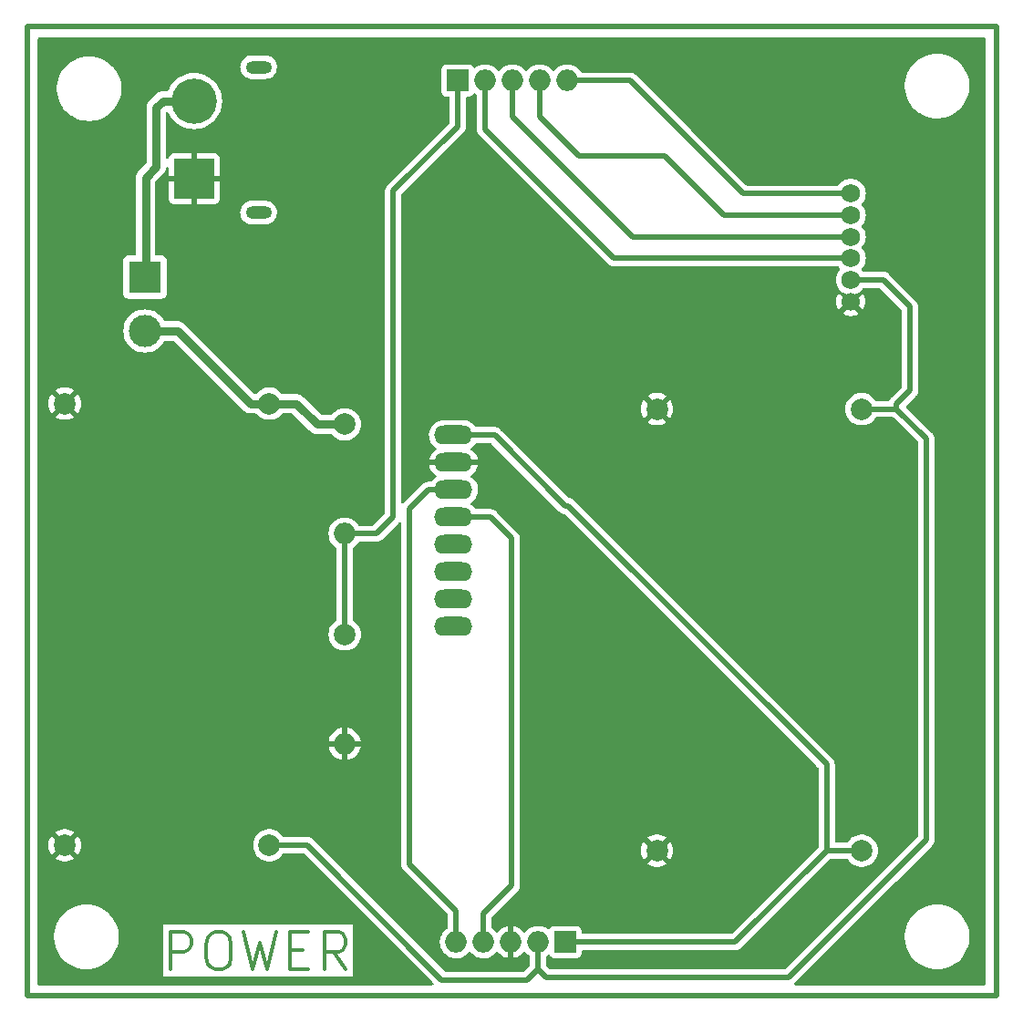
<source format=gbr>
%TF.GenerationSoftware,KiCad,Pcbnew,7.0.7*%
%TF.CreationDate,2023-11-09T15:51:25-05:00*%
%TF.ProjectId,CubeSatPower,43756265-5361-4745-906f-7765722e6b69,rev?*%
%TF.SameCoordinates,Original*%
%TF.FileFunction,Copper,L2,Bot*%
%TF.FilePolarity,Positive*%
%FSLAX46Y46*%
G04 Gerber Fmt 4.6, Leading zero omitted, Abs format (unit mm)*
G04 Created by KiCad (PCBNEW 7.0.7) date 2023-11-09 15:51:25*
%MOMM*%
%LPD*%
G01*
G04 APERTURE LIST*
%TA.AperFunction,NonConductor*%
%ADD10C,0.500000*%
%TD*%
%TA.AperFunction,NonConductor*%
%ADD11C,0.200000*%
%TD*%
%ADD12C,0.300000*%
%TA.AperFunction,NonConductor*%
%ADD13C,0.300000*%
%TD*%
%TA.AperFunction,ComponentPad*%
%ADD14R,3.000000X3.000000*%
%TD*%
%TA.AperFunction,ComponentPad*%
%ADD15C,3.000000*%
%TD*%
%TA.AperFunction,ComponentPad*%
%ADD16C,2.000000*%
%TD*%
%TA.AperFunction,ComponentPad*%
%ADD17O,2.000000X2.000000*%
%TD*%
%TA.AperFunction,ComponentPad*%
%ADD18R,2.000000X2.000000*%
%TD*%
%TA.AperFunction,ComponentPad*%
%ADD19R,3.716000X3.716000*%
%TD*%
%TA.AperFunction,ComponentPad*%
%ADD20C,4.200000*%
%TD*%
%TA.AperFunction,ComponentPad*%
%ADD21O,2.400000X1.200000*%
%TD*%
%TA.AperFunction,ComponentPad*%
%ADD22O,3.556000X1.778000*%
%TD*%
%TA.AperFunction,ComponentPad*%
%ADD23C,1.750000*%
%TD*%
%TA.AperFunction,ComponentPad*%
%ADD24C,1.700000*%
%TD*%
%TA.AperFunction,Conductor*%
%ADD25C,0.800000*%
%TD*%
%TA.AperFunction,Conductor*%
%ADD26C,0.500000*%
%TD*%
%TA.AperFunction,Profile*%
%ADD27C,0.500000*%
%TD*%
G04 APERTURE END LIST*
D10*
X50000000Y-25000000D02*
X50000000Y-115000000D01*
X50000000Y-25000000D02*
X140000000Y-25000000D01*
X140000000Y-25000000D02*
X140000000Y-115000000D01*
X50000000Y-115000000D02*
X140000000Y-115000000D01*
D11*
X50000000Y-25000000D02*
X140000000Y-25000000D01*
X50000000Y-25000000D02*
X50000000Y-115000000D01*
X50000000Y-115000000D02*
X140000000Y-115000000D01*
D12*
D13*
X63280701Y-112556067D02*
X63280701Y-109056067D01*
X63280701Y-109056067D02*
X64614034Y-109056067D01*
X64614034Y-109056067D02*
X64947368Y-109222734D01*
X64947368Y-109222734D02*
X65114034Y-109389401D01*
X65114034Y-109389401D02*
X65280701Y-109722734D01*
X65280701Y-109722734D02*
X65280701Y-110222734D01*
X65280701Y-110222734D02*
X65114034Y-110556067D01*
X65114034Y-110556067D02*
X64947368Y-110722734D01*
X64947368Y-110722734D02*
X64614034Y-110889401D01*
X64614034Y-110889401D02*
X63280701Y-110889401D01*
X67447368Y-109056067D02*
X68114034Y-109056067D01*
X68114034Y-109056067D02*
X68447368Y-109222734D01*
X68447368Y-109222734D02*
X68780701Y-109556067D01*
X68780701Y-109556067D02*
X68947368Y-110222734D01*
X68947368Y-110222734D02*
X68947368Y-111389401D01*
X68947368Y-111389401D02*
X68780701Y-112056067D01*
X68780701Y-112056067D02*
X68447368Y-112389401D01*
X68447368Y-112389401D02*
X68114034Y-112556067D01*
X68114034Y-112556067D02*
X67447368Y-112556067D01*
X67447368Y-112556067D02*
X67114034Y-112389401D01*
X67114034Y-112389401D02*
X66780701Y-112056067D01*
X66780701Y-112056067D02*
X66614034Y-111389401D01*
X66614034Y-111389401D02*
X66614034Y-110222734D01*
X66614034Y-110222734D02*
X66780701Y-109556067D01*
X66780701Y-109556067D02*
X67114034Y-109222734D01*
X67114034Y-109222734D02*
X67447368Y-109056067D01*
X70114035Y-109056067D02*
X70947368Y-112556067D01*
X70947368Y-112556067D02*
X71614035Y-110056067D01*
X71614035Y-110056067D02*
X72280701Y-112556067D01*
X72280701Y-112556067D02*
X73114035Y-109056067D01*
X74447368Y-110722734D02*
X75614035Y-110722734D01*
X76114035Y-112556067D02*
X74447368Y-112556067D01*
X74447368Y-112556067D02*
X74447368Y-109056067D01*
X74447368Y-109056067D02*
X76114035Y-109056067D01*
X79614035Y-112556067D02*
X78447368Y-110889401D01*
X77614035Y-112556067D02*
X77614035Y-109056067D01*
X77614035Y-109056067D02*
X78947368Y-109056067D01*
X78947368Y-109056067D02*
X79280702Y-109222734D01*
X79280702Y-109222734D02*
X79447368Y-109389401D01*
X79447368Y-109389401D02*
X79614035Y-109722734D01*
X79614035Y-109722734D02*
X79614035Y-110222734D01*
X79614035Y-110222734D02*
X79447368Y-110556067D01*
X79447368Y-110556067D02*
X79280702Y-110722734D01*
X79280702Y-110722734D02*
X78947368Y-110889401D01*
X78947368Y-110889401D02*
X77614035Y-110889401D01*
D14*
%TO.P,J4,1,Pin_1*%
%TO.N,SW_IN*%
X60945000Y-48250000D03*
D15*
%TO.P,J4,2,Pin_2*%
%TO.N,+7.5V*%
X60945000Y-53250000D03*
%TD*%
D16*
%TO.P,5vOut1,1,In+*%
%TO.N,+7.5V*%
X72500000Y-60000000D03*
%TO.P,5vOut1,2,In-*%
%TO.N,GND*%
X53500000Y-60000000D03*
%TO.P,5vOut1,3,Out+*%
%TO.N,+5V*%
X72500000Y-101000000D03*
%TO.P,5vOut1,4,Out-*%
%TO.N,GND*%
X53500000Y-101000000D03*
%TD*%
D17*
%TO.P,J2,2,Pin_2*%
%TO.N,+5V*%
X97460000Y-110000000D03*
%TO.P,J2,3,Pin_3*%
%TO.N,GND*%
X94920000Y-110000000D03*
%TO.P,J2,4,Pin_4*%
%TO.N,SDA*%
X92380000Y-110000000D03*
%TO.P,J2,5,Pin_5*%
%TO.N,SCL*%
X89840000Y-110000000D03*
D18*
%TO.P,J2,E,Pin_1*%
%TO.N,+3.3V*%
X100000000Y-110000000D03*
%TD*%
D19*
%TO.P,J1,1,+*%
%TO.N,GND*%
X65500000Y-39100000D03*
D20*
%TO.P,J1,2,-*%
%TO.N,SW_IN*%
X65500000Y-31900000D03*
D21*
%TO.P,J1,S1*%
%TO.N,N/C*%
X71500000Y-42250000D03*
%TO.P,J1,S2*%
X71500000Y-28750000D03*
%TD*%
D16*
%TO.P,3_3VOut1,1,In+*%
%TO.N,+5V*%
X127500000Y-60500000D03*
%TO.P,3_3VOut1,2,In-*%
%TO.N,GND*%
X108500000Y-60500000D03*
%TO.P,3_3VOut1,3,Out+*%
%TO.N,+3.3V*%
X127500000Y-101500000D03*
%TO.P,3_3VOut1,4,Out-*%
%TO.N,GND*%
X108500000Y-101500000D03*
%TD*%
%TO.P,R1,1*%
%TO.N,+7.5V*%
X79500000Y-61920000D03*
D17*
%TO.P,R1,2*%
%TO.N,A_1*%
X79500000Y-72080000D03*
%TD*%
D18*
%TO.P,J3,1,Pin_1*%
%TO.N,A_1*%
X90000000Y-30000000D03*
D17*
%TO.P,J3,2,Pin_2*%
%TO.N,MISO*%
X92540000Y-30000000D03*
%TO.P,J3,3,Pin_3*%
%TO.N,MOSI*%
X95080000Y-30000000D03*
%TO.P,J3,4,Pin_4*%
%TO.N,SCLK*%
X97620000Y-30000000D03*
%TO.P,J3,5,Pin_5*%
%TO.N,CS*%
X100160000Y-30000000D03*
%TD*%
D22*
%TO.P,U2,ADO,ADO*%
%TO.N,unconnected-(U2-PadADO)*%
X89602500Y-78167500D03*
%TO.P,U2,GND,GND*%
%TO.N,GND*%
X89602500Y-65467500D03*
%TO.P,U2,INT,INT*%
%TO.N,unconnected-(U2-PadINT)*%
X89602500Y-80707500D03*
%TO.P,U2,SCL,SCL*%
%TO.N,SCL*%
X89602500Y-68007500D03*
%TO.P,U2,SDA,SDA*%
%TO.N,SDA*%
X89602500Y-70547500D03*
%TO.P,U2,VCC,VCC*%
%TO.N,+3.3V*%
X89602500Y-62927500D03*
%TO.P,U2,XCL,XCL*%
%TO.N,unconnected-(U2-PadXCL)*%
X89602500Y-75627500D03*
%TO.P,U2,XDA,XDA*%
%TO.N,unconnected-(U2-PadXDA)*%
X89602500Y-73087500D03*
%TD*%
D23*
%TO.P,U1,1,CS*%
%TO.N,CS*%
X126500000Y-40500000D03*
%TO.P,U1,2,SCK*%
%TO.N,SCLK*%
X126500000Y-42500000D03*
%TO.P,U1,3,MOSI*%
%TO.N,MOSI*%
X126500000Y-44500000D03*
%TO.P,U1,4,MISO*%
%TO.N,MISO*%
X126500000Y-46500000D03*
%TO.P,U1,5,Vin*%
%TO.N,+5V*%
X126500000Y-48500000D03*
D24*
%TO.P,U1,6,GND*%
%TO.N,GND*%
X126500000Y-50500000D03*
%TD*%
D16*
%TO.P,R2,1*%
%TO.N,A_1*%
X79500000Y-81420000D03*
D17*
%TO.P,R2,2*%
%TO.N,GND*%
X79500000Y-91580000D03*
%TD*%
D25*
%TO.N,+7.5V*%
X60945000Y-53250000D02*
X64000000Y-53250000D01*
X70750000Y-60000000D02*
X72500000Y-60000000D01*
X79500000Y-61920000D02*
X76920000Y-61920000D01*
X75000000Y-60000000D02*
X72500000Y-60000000D01*
X76920000Y-61920000D02*
X75000000Y-60000000D01*
X64000000Y-53250000D02*
X70750000Y-60000000D01*
D26*
%TO.N,+3.3V*%
X115750000Y-110000000D02*
X100000000Y-110000000D01*
X124250000Y-101500000D02*
X127500000Y-101500000D01*
X124250000Y-93500000D02*
X100250000Y-69500000D01*
X100000000Y-69500000D02*
X93427500Y-62927500D01*
X93427500Y-62927500D02*
X89602500Y-62927500D01*
X124250000Y-101500000D02*
X124250000Y-93500000D01*
X100250000Y-69500000D02*
X100000000Y-69500000D01*
X115750000Y-110000000D02*
X124250000Y-101500000D01*
%TO.N,+5V*%
X72500000Y-101000000D02*
X76000000Y-101000000D01*
X97460000Y-112500000D02*
X98210000Y-113250000D01*
X129500000Y-48500000D02*
X127200000Y-48500000D01*
X76000000Y-101000000D02*
X88500000Y-113500000D01*
X133500000Y-63250000D02*
X130750000Y-60500000D01*
X127500000Y-60500000D02*
X130750000Y-60500000D01*
X96460000Y-113500000D02*
X97460000Y-112500000D01*
X132000000Y-51000000D02*
X129500000Y-48500000D01*
X88500000Y-113500000D02*
X96460000Y-113500000D01*
X130750000Y-60000000D02*
X132000000Y-58750000D01*
X132000000Y-58750000D02*
X132000000Y-51000000D01*
X120750000Y-113250000D02*
X133500000Y-100500000D01*
X97460000Y-110000000D02*
X97460000Y-112500000D01*
X133500000Y-100500000D02*
X133500000Y-63250000D01*
X130750000Y-60500000D02*
X130750000Y-60000000D01*
X98210000Y-113250000D02*
X120750000Y-113250000D01*
%TO.N,SDA*%
X95000000Y-104750000D02*
X92380000Y-107370000D01*
X95000000Y-72500000D02*
X95000000Y-104750000D01*
X92380000Y-107370000D02*
X92380000Y-110000000D01*
X93047500Y-70547500D02*
X95000000Y-72500000D01*
X90491500Y-70547500D02*
X93047500Y-70547500D01*
%TO.N,SCL*%
X89840000Y-110000000D02*
X89840000Y-107090000D01*
X85500000Y-69750000D02*
X87242500Y-68007500D01*
X87242500Y-68007500D02*
X88713500Y-68007500D01*
X89840000Y-107090000D02*
X85500000Y-102750000D01*
X85500000Y-102750000D02*
X85500000Y-69750000D01*
%TO.N,MISO*%
X92540000Y-34540000D02*
X104500000Y-46500000D01*
X104500000Y-46500000D02*
X126500000Y-46500000D01*
X92540000Y-30040000D02*
X92540000Y-34540000D01*
%TO.N,MOSI*%
X95080000Y-33330000D02*
X106250000Y-44500000D01*
X95080000Y-30580000D02*
X95080000Y-33330000D01*
X106250000Y-44500000D02*
X126500000Y-44500000D01*
%TO.N,CS*%
X116500000Y-40500000D02*
X126500000Y-40500000D01*
X100160000Y-30000000D02*
X106000000Y-30000000D01*
X106000000Y-30000000D02*
X116500000Y-40500000D01*
%TO.N,SCLK*%
X114750000Y-42500000D02*
X126500000Y-42500000D01*
X97620000Y-33370000D02*
X101250000Y-37000000D01*
X109250000Y-37000000D02*
X114750000Y-42500000D01*
X101250000Y-37000000D02*
X109250000Y-37000000D01*
X97620000Y-30000000D02*
X97620000Y-33370000D01*
%TO.N,A_1*%
X82420000Y-72080000D02*
X84000000Y-70500000D01*
X90000000Y-34250000D02*
X90000000Y-30000000D01*
X84000000Y-70500000D02*
X84000000Y-40250000D01*
X79500000Y-72080000D02*
X82420000Y-72080000D01*
X84000000Y-40250000D02*
X90000000Y-34250000D01*
X79500000Y-72080000D02*
X79500000Y-81420000D01*
D25*
%TO.N,SW_IN*%
X61000000Y-39000000D02*
X62000000Y-38000000D01*
X62000000Y-38000000D02*
X62000000Y-32500000D01*
X62000000Y-32500000D02*
X62600000Y-31900000D01*
X62600000Y-31900000D02*
X65500000Y-31900000D01*
X61000000Y-48195000D02*
X61000000Y-39000000D01*
%TD*%
%TA.AperFunction,Conductor*%
%TO.N,GND*%
G36*
X138942539Y-26020185D02*
G01*
X138988294Y-26072989D01*
X138999500Y-26124500D01*
X138999500Y-113875500D01*
X138979815Y-113942539D01*
X138927011Y-113988294D01*
X138875500Y-113999500D01*
X121362141Y-113999500D01*
X121295102Y-113979815D01*
X121249347Y-113927011D01*
X121239403Y-113857853D01*
X121268428Y-113794297D01*
X121271947Y-113790406D01*
X121288386Y-113772982D01*
X125386609Y-109674759D01*
X131499500Y-109674759D01*
X131529113Y-109928111D01*
X131540077Y-110021914D01*
X131540077Y-110021916D01*
X131620680Y-110362009D01*
X131620681Y-110362012D01*
X131740223Y-110690452D01*
X131740226Y-110690458D01*
X131897088Y-111002796D01*
X132089146Y-111294805D01*
X132089152Y-111294813D01*
X132159651Y-111378830D01*
X132313817Y-111562558D01*
X132445117Y-111686433D01*
X132568044Y-111802410D01*
X132568050Y-111802415D01*
X132848402Y-112011129D01*
X132848404Y-112011130D01*
X133151096Y-112185889D01*
X133472029Y-112324326D01*
X133806864Y-112424569D01*
X133806866Y-112424569D01*
X133806872Y-112424571D01*
X134151061Y-112485260D01*
X134151062Y-112485260D01*
X134151073Y-112485262D01*
X134412695Y-112500500D01*
X134412697Y-112500500D01*
X134587303Y-112500500D01*
X134587305Y-112500500D01*
X134848927Y-112485262D01*
X134892854Y-112477516D01*
X135193127Y-112424571D01*
X135193130Y-112424569D01*
X135193136Y-112424569D01*
X135527971Y-112324326D01*
X135848904Y-112185889D01*
X136151596Y-112011130D01*
X136431953Y-111802412D01*
X136686183Y-111562558D01*
X136910849Y-111294811D01*
X137102913Y-111002793D01*
X137259777Y-110690451D01*
X137379319Y-110362011D01*
X137459923Y-110021914D01*
X137500500Y-109674759D01*
X137500500Y-109325241D01*
X137459923Y-108978086D01*
X137379319Y-108637989D01*
X137259777Y-108309549D01*
X137102913Y-107997207D01*
X137102911Y-107997203D01*
X136910853Y-107705194D01*
X136910847Y-107705186D01*
X136834251Y-107613903D01*
X136686183Y-107437442D01*
X136544891Y-107304140D01*
X136431955Y-107197589D01*
X136431949Y-107197584D01*
X136151597Y-106988870D01*
X135848908Y-106814113D01*
X135848895Y-106814107D01*
X135527972Y-106675674D01*
X135193134Y-106575430D01*
X135193127Y-106575428D01*
X134848938Y-106514739D01*
X134848927Y-106514738D01*
X134848926Y-106514737D01*
X134587305Y-106499500D01*
X134412695Y-106499500D01*
X134238280Y-106509658D01*
X134151072Y-106514738D01*
X134151061Y-106514739D01*
X133806872Y-106575428D01*
X133806865Y-106575430D01*
X133472027Y-106675674D01*
X133151104Y-106814107D01*
X133151091Y-106814113D01*
X132848402Y-106988870D01*
X132568050Y-107197584D01*
X132568044Y-107197589D01*
X132313819Y-107437440D01*
X132313817Y-107437442D01*
X132089152Y-107705186D01*
X132089146Y-107705194D01*
X131897088Y-107997203D01*
X131740226Y-108309541D01*
X131740223Y-108309547D01*
X131620681Y-108637987D01*
X131620680Y-108637990D01*
X131540077Y-108978083D01*
X131540077Y-108978085D01*
X131540077Y-108978086D01*
X131499500Y-109325241D01*
X131499500Y-109674759D01*
X125386609Y-109674759D01*
X130673598Y-104387769D01*
X133985642Y-101075724D01*
X133999271Y-101063947D01*
X134018530Y-101049610D01*
X134052101Y-101009601D01*
X134055761Y-101005606D01*
X134061590Y-100999778D01*
X134081941Y-100974039D01*
X134087948Y-100966879D01*
X134131302Y-100915214D01*
X134131306Y-100915205D01*
X134135274Y-100909175D01*
X134135325Y-100909208D01*
X134139372Y-100902856D01*
X134139320Y-100902824D01*
X134143112Y-100896675D01*
X134175575Y-100827058D01*
X134210036Y-100758440D01*
X134210040Y-100758433D01*
X134210042Y-100758421D01*
X134212509Y-100751646D01*
X134212567Y-100751667D01*
X134215043Y-100744546D01*
X134214986Y-100744528D01*
X134217257Y-100737673D01*
X134232792Y-100662434D01*
X134233366Y-100660012D01*
X134250500Y-100587721D01*
X134250500Y-100587710D01*
X134251338Y-100580548D01*
X134251398Y-100580555D01*
X134252164Y-100573055D01*
X134252105Y-100573050D01*
X134252734Y-100565860D01*
X134250500Y-100489082D01*
X134250500Y-63313705D01*
X134251809Y-63295735D01*
X134255289Y-63271974D01*
X134250736Y-63219939D01*
X134250500Y-63214532D01*
X134250500Y-63206296D01*
X134250500Y-63206291D01*
X134246691Y-63173705D01*
X134239998Y-63097203D01*
X134239995Y-63097194D01*
X134238538Y-63090135D01*
X134238598Y-63090122D01*
X134236965Y-63082757D01*
X134236906Y-63082772D01*
X134235241Y-63075749D01*
X134235241Y-63075745D01*
X134208971Y-63003568D01*
X134184814Y-62930665D01*
X134184812Y-62930662D01*
X134181761Y-62924118D01*
X134181815Y-62924092D01*
X134178533Y-62917312D01*
X134178480Y-62917340D01*
X134175238Y-62910886D01*
X134175237Y-62910883D01*
X134133038Y-62846723D01*
X134092712Y-62781344D01*
X134092711Y-62781343D01*
X134092710Y-62781341D01*
X134088234Y-62775681D01*
X134088280Y-62775643D01*
X134083519Y-62769799D01*
X134083474Y-62769838D01*
X134078834Y-62764308D01*
X134022982Y-62711613D01*
X131649048Y-60337680D01*
X131615563Y-60276357D01*
X131620547Y-60206665D01*
X131649044Y-60162323D01*
X132485642Y-59325724D01*
X132499271Y-59313947D01*
X132499282Y-59313939D01*
X132518530Y-59299610D01*
X132552101Y-59259601D01*
X132555761Y-59255606D01*
X132561590Y-59249778D01*
X132569362Y-59239949D01*
X132581940Y-59224040D01*
X132631302Y-59165214D01*
X132631306Y-59165205D01*
X132635274Y-59159175D01*
X132635325Y-59159208D01*
X132639372Y-59152856D01*
X132639320Y-59152824D01*
X132643112Y-59146675D01*
X132675575Y-59077058D01*
X132710036Y-59008440D01*
X132710040Y-59008433D01*
X132710042Y-59008421D01*
X132712509Y-59001646D01*
X132712567Y-59001667D01*
X132715043Y-58994546D01*
X132714986Y-58994528D01*
X132717257Y-58987673D01*
X132732792Y-58912434D01*
X132750500Y-58837722D01*
X132751339Y-58830545D01*
X132751400Y-58830552D01*
X132752166Y-58823059D01*
X132752104Y-58823054D01*
X132752733Y-58815860D01*
X132752734Y-58815856D01*
X132750499Y-58739083D01*
X132750499Y-51063691D01*
X132751808Y-51045738D01*
X132755289Y-51021977D01*
X132750735Y-50969931D01*
X132750500Y-50964528D01*
X132750500Y-50956297D01*
X132750500Y-50956291D01*
X132746693Y-50923724D01*
X132739999Y-50847203D01*
X132739999Y-50847201D01*
X132738539Y-50840129D01*
X132738597Y-50840116D01*
X132736965Y-50832757D01*
X132736906Y-50832772D01*
X132735242Y-50825753D01*
X132735241Y-50825745D01*
X132708974Y-50753576D01*
X132684814Y-50680666D01*
X132684809Y-50680659D01*
X132681760Y-50674118D01*
X132681815Y-50674091D01*
X132678533Y-50667313D01*
X132678480Y-50667340D01*
X132675235Y-50660880D01*
X132633028Y-50596708D01*
X132592710Y-50531342D01*
X132588234Y-50525682D01*
X132588281Y-50525644D01*
X132583519Y-50519799D01*
X132583474Y-50519838D01*
X132578834Y-50514308D01*
X132522964Y-50461596D01*
X130075729Y-48014361D01*
X130063949Y-48000730D01*
X130056482Y-47990701D01*
X130049612Y-47981472D01*
X130049610Y-47981470D01*
X130009587Y-47947886D01*
X130005612Y-47944244D01*
X130002690Y-47941322D01*
X129999780Y-47938411D01*
X129974040Y-47918059D01*
X129915209Y-47868694D01*
X129909180Y-47864729D01*
X129909212Y-47864680D01*
X129902853Y-47860628D01*
X129902822Y-47860679D01*
X129896680Y-47856891D01*
X129896678Y-47856890D01*
X129896677Y-47856889D01*
X129857474Y-47838608D01*
X129827058Y-47824424D01*
X129792894Y-47807267D01*
X129758433Y-47789960D01*
X129758431Y-47789959D01*
X129758430Y-47789959D01*
X129751645Y-47787489D01*
X129751665Y-47787433D01*
X129744549Y-47784959D01*
X129744531Y-47785015D01*
X129737671Y-47782742D01*
X129709841Y-47776996D01*
X129662434Y-47767207D01*
X129613472Y-47755603D01*
X129587719Y-47749499D01*
X129580547Y-47748661D01*
X129580553Y-47748601D01*
X129573055Y-47747835D01*
X129573050Y-47747895D01*
X129565860Y-47747265D01*
X129489083Y-47749500D01*
X127719822Y-47749500D01*
X127652783Y-47729815D01*
X127616013Y-47693321D01*
X127589184Y-47652257D01*
X127589183Y-47652255D01*
X127526333Y-47583981D01*
X127495411Y-47521327D01*
X127503272Y-47451900D01*
X127526330Y-47416020D01*
X127589183Y-47347745D01*
X127713862Y-47156909D01*
X127805430Y-46948155D01*
X127861390Y-46727176D01*
X127863465Y-46702135D01*
X127880214Y-46500006D01*
X127880214Y-46499993D01*
X127861391Y-46272831D01*
X127861389Y-46272820D01*
X127805430Y-46051844D01*
X127713862Y-45843091D01*
X127589185Y-45652257D01*
X127580084Y-45642371D01*
X127526332Y-45583981D01*
X127495411Y-45521329D01*
X127503271Y-45451903D01*
X127526331Y-45416019D01*
X127589183Y-45347745D01*
X127713862Y-45156909D01*
X127805430Y-44948155D01*
X127861390Y-44727176D01*
X127880214Y-44500000D01*
X127880214Y-44499993D01*
X127861391Y-44272831D01*
X127861389Y-44272820D01*
X127805430Y-44051844D01*
X127713862Y-43843091D01*
X127589185Y-43652257D01*
X127580084Y-43642371D01*
X127526332Y-43583981D01*
X127495411Y-43521329D01*
X127503271Y-43451903D01*
X127526333Y-43416018D01*
X127589183Y-43347745D01*
X127713862Y-43156909D01*
X127805430Y-42948155D01*
X127861390Y-42727176D01*
X127861391Y-42727168D01*
X127880214Y-42500006D01*
X127880214Y-42499993D01*
X127861391Y-42272831D01*
X127861389Y-42272820D01*
X127805430Y-42051844D01*
X127713862Y-41843091D01*
X127589185Y-41652257D01*
X127580084Y-41642371D01*
X127526332Y-41583981D01*
X127495411Y-41521329D01*
X127503271Y-41451903D01*
X127526333Y-41416018D01*
X127589183Y-41347745D01*
X127713862Y-41156909D01*
X127805430Y-40948155D01*
X127861390Y-40727176D01*
X127870915Y-40612228D01*
X127880214Y-40500006D01*
X127880214Y-40499993D01*
X127861391Y-40272831D01*
X127861389Y-40272820D01*
X127805430Y-40051844D01*
X127713862Y-39843091D01*
X127589185Y-39652257D01*
X127434791Y-39484541D01*
X127434787Y-39484538D01*
X127254909Y-39344533D01*
X127254900Y-39344527D01*
X127054432Y-39236040D01*
X127054429Y-39236039D01*
X127054426Y-39236037D01*
X127054420Y-39236035D01*
X127054418Y-39236034D01*
X126838826Y-39162020D01*
X126670188Y-39133880D01*
X126613977Y-39124500D01*
X126386023Y-39124500D01*
X126341053Y-39132004D01*
X126161173Y-39162020D01*
X125945581Y-39236034D01*
X125945567Y-39236040D01*
X125745099Y-39344527D01*
X125745090Y-39344533D01*
X125565212Y-39484538D01*
X125565208Y-39484541D01*
X125410814Y-39652257D01*
X125383987Y-39693321D01*
X125330841Y-39738678D01*
X125280178Y-39749500D01*
X116862229Y-39749500D01*
X116795190Y-39729815D01*
X116774548Y-39713181D01*
X111677642Y-34616275D01*
X107736127Y-30674759D01*
X131499500Y-30674759D01*
X131537279Y-30997973D01*
X131540077Y-31021914D01*
X131540077Y-31021916D01*
X131620680Y-31362009D01*
X131620681Y-31362012D01*
X131740223Y-31690452D01*
X131740226Y-31690458D01*
X131897088Y-32002796D01*
X132089146Y-32294805D01*
X132089152Y-32294813D01*
X132189572Y-32414488D01*
X132313817Y-32562558D01*
X132445117Y-32686433D01*
X132568044Y-32802410D01*
X132568050Y-32802415D01*
X132848402Y-33011129D01*
X132919912Y-33052415D01*
X133151096Y-33185889D01*
X133472029Y-33324326D01*
X133806864Y-33424569D01*
X133806866Y-33424569D01*
X133806872Y-33424571D01*
X134151061Y-33485260D01*
X134151062Y-33485260D01*
X134151073Y-33485262D01*
X134412695Y-33500500D01*
X134412697Y-33500500D01*
X134587303Y-33500500D01*
X134587305Y-33500500D01*
X134848927Y-33485262D01*
X134892854Y-33477516D01*
X135193127Y-33424571D01*
X135193130Y-33424569D01*
X135193136Y-33424569D01*
X135527971Y-33324326D01*
X135848904Y-33185889D01*
X136151596Y-33011130D01*
X136431953Y-32802412D01*
X136686183Y-32562558D01*
X136910849Y-32294811D01*
X136989314Y-32175512D01*
X137102911Y-32002796D01*
X137106351Y-31995948D01*
X137259777Y-31690451D01*
X137379319Y-31362011D01*
X137459923Y-31021914D01*
X137500500Y-30674759D01*
X137500500Y-30325241D01*
X137459923Y-29978086D01*
X137379319Y-29637989D01*
X137259777Y-29309549D01*
X137204997Y-29200474D01*
X137102911Y-28997203D01*
X136910853Y-28705194D01*
X136910847Y-28705186D01*
X136816436Y-28592672D01*
X136686183Y-28437442D01*
X136530699Y-28290750D01*
X136431955Y-28197589D01*
X136431949Y-28197584D01*
X136151597Y-27988870D01*
X135848908Y-27814113D01*
X135848895Y-27814107D01*
X135527972Y-27675674D01*
X135193134Y-27575430D01*
X135193127Y-27575428D01*
X134848938Y-27514739D01*
X134848927Y-27514738D01*
X134848927Y-27514737D01*
X134587305Y-27499500D01*
X134412695Y-27499500D01*
X134238280Y-27509658D01*
X134151072Y-27514738D01*
X134151061Y-27514739D01*
X133806872Y-27575428D01*
X133806865Y-27575430D01*
X133472027Y-27675674D01*
X133151104Y-27814107D01*
X133151091Y-27814113D01*
X132848402Y-27988870D01*
X132568050Y-28197584D01*
X132568044Y-28197589D01*
X132313819Y-28437440D01*
X132313817Y-28437442D01*
X132089152Y-28705186D01*
X132089146Y-28705194D01*
X131897088Y-28997203D01*
X131740226Y-29309541D01*
X131740223Y-29309547D01*
X131620681Y-29637987D01*
X131620680Y-29637990D01*
X131540077Y-29978083D01*
X131540077Y-29978085D01*
X131540077Y-29978086D01*
X131499500Y-30325241D01*
X131499500Y-30674759D01*
X107736127Y-30674759D01*
X106575729Y-29514361D01*
X106563949Y-29500730D01*
X106556482Y-29490701D01*
X106549612Y-29481472D01*
X106549610Y-29481470D01*
X106509587Y-29447886D01*
X106505612Y-29444244D01*
X106502690Y-29441322D01*
X106499780Y-29438411D01*
X106474040Y-29418059D01*
X106415214Y-29368698D01*
X106415213Y-29368697D01*
X106415209Y-29368694D01*
X106409180Y-29364729D01*
X106409212Y-29364680D01*
X106402853Y-29360628D01*
X106402822Y-29360679D01*
X106396680Y-29356891D01*
X106396678Y-29356890D01*
X106396677Y-29356889D01*
X106357474Y-29338608D01*
X106327058Y-29324424D01*
X106283886Y-29302743D01*
X106258433Y-29289960D01*
X106258431Y-29289959D01*
X106258430Y-29289959D01*
X106251645Y-29287489D01*
X106251665Y-29287433D01*
X106244549Y-29284959D01*
X106244531Y-29285015D01*
X106237671Y-29282742D01*
X106209841Y-29276996D01*
X106162434Y-29267207D01*
X106113472Y-29255603D01*
X106087719Y-29249499D01*
X106080547Y-29248661D01*
X106080553Y-29248601D01*
X106073055Y-29247835D01*
X106073050Y-29247895D01*
X106065860Y-29247265D01*
X105989083Y-29249500D01*
X101529136Y-29249500D01*
X101462097Y-29229815D01*
X101425327Y-29193322D01*
X101348164Y-29075215D01*
X101179744Y-28892262D01*
X100983509Y-28739526D01*
X100983507Y-28739525D01*
X100983506Y-28739524D01*
X100764811Y-28621172D01*
X100764802Y-28621169D01*
X100529616Y-28540429D01*
X100284335Y-28499500D01*
X100035665Y-28499500D01*
X99790383Y-28540429D01*
X99555197Y-28621169D01*
X99555188Y-28621172D01*
X99336493Y-28739524D01*
X99140257Y-28892261D01*
X98981230Y-29065010D01*
X98921342Y-29101001D01*
X98851504Y-29098900D01*
X98798770Y-29065010D01*
X98748710Y-29010631D01*
X98639744Y-28892262D01*
X98443509Y-28739526D01*
X98443507Y-28739525D01*
X98443506Y-28739524D01*
X98224811Y-28621172D01*
X98224802Y-28621169D01*
X97989616Y-28540429D01*
X97744335Y-28499500D01*
X97495665Y-28499500D01*
X97250383Y-28540429D01*
X97015197Y-28621169D01*
X97015188Y-28621172D01*
X96796493Y-28739524D01*
X96600257Y-28892261D01*
X96441230Y-29065010D01*
X96381342Y-29101001D01*
X96311504Y-29098900D01*
X96258770Y-29065010D01*
X96208710Y-29010631D01*
X96099744Y-28892262D01*
X95903509Y-28739526D01*
X95903507Y-28739525D01*
X95903506Y-28739524D01*
X95684811Y-28621172D01*
X95684802Y-28621169D01*
X95449616Y-28540429D01*
X95204335Y-28499500D01*
X94955665Y-28499500D01*
X94710383Y-28540429D01*
X94475197Y-28621169D01*
X94475188Y-28621172D01*
X94256493Y-28739524D01*
X94060257Y-28892261D01*
X93901230Y-29065010D01*
X93841342Y-29101001D01*
X93771504Y-29098900D01*
X93718770Y-29065010D01*
X93668710Y-29010631D01*
X93559744Y-28892262D01*
X93363509Y-28739526D01*
X93363507Y-28739525D01*
X93363506Y-28739524D01*
X93144811Y-28621172D01*
X93144802Y-28621169D01*
X92909616Y-28540429D01*
X92664335Y-28499500D01*
X92415665Y-28499500D01*
X92170383Y-28540429D01*
X91935197Y-28621169D01*
X91935188Y-28621172D01*
X91716491Y-28739525D01*
X91716488Y-28739528D01*
X91633212Y-28804343D01*
X91568218Y-28829985D01*
X91499678Y-28816418D01*
X91449354Y-28767949D01*
X91448159Y-28765392D01*
X91448047Y-28765454D01*
X91443793Y-28757664D01*
X91357547Y-28642455D01*
X91357544Y-28642452D01*
X91242335Y-28556206D01*
X91242328Y-28556202D01*
X91107482Y-28505908D01*
X91107483Y-28505908D01*
X91047883Y-28499501D01*
X91047881Y-28499500D01*
X91047873Y-28499500D01*
X91047864Y-28499500D01*
X88952129Y-28499500D01*
X88952123Y-28499501D01*
X88892516Y-28505908D01*
X88757671Y-28556202D01*
X88757664Y-28556206D01*
X88642455Y-28642452D01*
X88642452Y-28642455D01*
X88556206Y-28757664D01*
X88556202Y-28757671D01*
X88505908Y-28892517D01*
X88499501Y-28952116D01*
X88499500Y-28952135D01*
X88499500Y-31047870D01*
X88499501Y-31047876D01*
X88505908Y-31107483D01*
X88556202Y-31242328D01*
X88556206Y-31242335D01*
X88642452Y-31357544D01*
X88642455Y-31357547D01*
X88757664Y-31443793D01*
X88757671Y-31443797D01*
X88799961Y-31459570D01*
X88892517Y-31494091D01*
X88952127Y-31500500D01*
X89125500Y-31500499D01*
X89192539Y-31520183D01*
X89238294Y-31572987D01*
X89249500Y-31624499D01*
X89249500Y-33887769D01*
X89229815Y-33954808D01*
X89213181Y-33975450D01*
X83514358Y-39674272D01*
X83500729Y-39686051D01*
X83481468Y-39700390D01*
X83447898Y-39740397D01*
X83444253Y-39744376D01*
X83438409Y-39750222D01*
X83418059Y-39775959D01*
X83368695Y-39834789D01*
X83364729Y-39840819D01*
X83364682Y-39840788D01*
X83360630Y-39847147D01*
X83360679Y-39847177D01*
X83356889Y-39853321D01*
X83324424Y-39922941D01*
X83289960Y-39991566D01*
X83287488Y-39998357D01*
X83287432Y-39998336D01*
X83284960Y-40005450D01*
X83285015Y-40005469D01*
X83282742Y-40012327D01*
X83274974Y-40049945D01*
X83267207Y-40087565D01*
X83255228Y-40138110D01*
X83249498Y-40162286D01*
X83248661Y-40169454D01*
X83248601Y-40169447D01*
X83247835Y-40176945D01*
X83247895Y-40176951D01*
X83247265Y-40184140D01*
X83249500Y-40260916D01*
X83249500Y-70137769D01*
X83229815Y-70204808D01*
X83213181Y-70225450D01*
X82145451Y-71293181D01*
X82084128Y-71326666D01*
X82057770Y-71329500D01*
X80869136Y-71329500D01*
X80802097Y-71309815D01*
X80765327Y-71273322D01*
X80688164Y-71155215D01*
X80519744Y-70972262D01*
X80323509Y-70819526D01*
X80323507Y-70819525D01*
X80323506Y-70819524D01*
X80104811Y-70701172D01*
X80104802Y-70701169D01*
X79869616Y-70620429D01*
X79624335Y-70579500D01*
X79375665Y-70579500D01*
X79130383Y-70620429D01*
X78895197Y-70701169D01*
X78895188Y-70701172D01*
X78676493Y-70819524D01*
X78480257Y-70972261D01*
X78311833Y-71155217D01*
X78175826Y-71363393D01*
X78075936Y-71591118D01*
X78014892Y-71832175D01*
X78014890Y-71832187D01*
X77994357Y-72079994D01*
X77994357Y-72080005D01*
X78014890Y-72327812D01*
X78014892Y-72327824D01*
X78075936Y-72568881D01*
X78175826Y-72796606D01*
X78311833Y-73004782D01*
X78311835Y-73004784D01*
X78311836Y-73004785D01*
X78480256Y-73187738D01*
X78676491Y-73340474D01*
X78684513Y-73344815D01*
X78734106Y-73394032D01*
X78749500Y-73453872D01*
X78749500Y-80046128D01*
X78729815Y-80113167D01*
X78684522Y-80155179D01*
X78676491Y-80159526D01*
X78640503Y-80187537D01*
X78480257Y-80312261D01*
X78311833Y-80495217D01*
X78175826Y-80703393D01*
X78075936Y-80931118D01*
X78014892Y-81172175D01*
X78014890Y-81172187D01*
X77994357Y-81419994D01*
X77994357Y-81420005D01*
X78014890Y-81667812D01*
X78014892Y-81667824D01*
X78075936Y-81908881D01*
X78175826Y-82136606D01*
X78311833Y-82344782D01*
X78311836Y-82344785D01*
X78480256Y-82527738D01*
X78676491Y-82680474D01*
X78895190Y-82798828D01*
X79130386Y-82879571D01*
X79375665Y-82920500D01*
X79624335Y-82920500D01*
X79869614Y-82879571D01*
X80104810Y-82798828D01*
X80323509Y-82680474D01*
X80519744Y-82527738D01*
X80688164Y-82344785D01*
X80824173Y-82136607D01*
X80924063Y-81908881D01*
X80985108Y-81667821D01*
X80988339Y-81628827D01*
X81005643Y-81420005D01*
X81005643Y-81419994D01*
X80985109Y-81172187D01*
X80985107Y-81172175D01*
X80924063Y-80931118D01*
X80824173Y-80703393D01*
X80688166Y-80495217D01*
X80666557Y-80471744D01*
X80519744Y-80312262D01*
X80323509Y-80159526D01*
X80315477Y-80155179D01*
X80265891Y-80105961D01*
X80250500Y-80046128D01*
X80250500Y-73453872D01*
X80270185Y-73386833D01*
X80315487Y-73344815D01*
X80323509Y-73340474D01*
X80519744Y-73187738D01*
X80688164Y-73004785D01*
X80765327Y-72886677D01*
X80818474Y-72841322D01*
X80869136Y-72830500D01*
X82356295Y-72830500D01*
X82374265Y-72831809D01*
X82398023Y-72835289D01*
X82450068Y-72830735D01*
X82455470Y-72830500D01*
X82463704Y-72830500D01*
X82463709Y-72830500D01*
X82475327Y-72829141D01*
X82496276Y-72826693D01*
X82509028Y-72825577D01*
X82572797Y-72819999D01*
X82572805Y-72819996D01*
X82579866Y-72818539D01*
X82579878Y-72818598D01*
X82587243Y-72816965D01*
X82587229Y-72816906D01*
X82594246Y-72815241D01*
X82594255Y-72815241D01*
X82666423Y-72788974D01*
X82739334Y-72764814D01*
X82739343Y-72764807D01*
X82745882Y-72761760D01*
X82745908Y-72761816D01*
X82752690Y-72758532D01*
X82752663Y-72758478D01*
X82759106Y-72755240D01*
X82759117Y-72755237D01*
X82823283Y-72713034D01*
X82888656Y-72672712D01*
X82888662Y-72672705D01*
X82894325Y-72668229D01*
X82894362Y-72668277D01*
X82900204Y-72663518D01*
X82900164Y-72663471D01*
X82905686Y-72658836D01*
X82905696Y-72658830D01*
X82927398Y-72635825D01*
X82958386Y-72602982D01*
X84227047Y-71334319D01*
X84485638Y-71075727D01*
X84499267Y-71063950D01*
X84518530Y-71049610D01*
X84530509Y-71035333D01*
X84588677Y-70996631D01*
X84658538Y-70995519D01*
X84717909Y-71032354D01*
X84747942Y-71095440D01*
X84749500Y-71115037D01*
X84749500Y-102686294D01*
X84748191Y-102704263D01*
X84744710Y-102728025D01*
X84749264Y-102780064D01*
X84749500Y-102785470D01*
X84749500Y-102793709D01*
X84753306Y-102826274D01*
X84760000Y-102902791D01*
X84761461Y-102909867D01*
X84761403Y-102909878D01*
X84763034Y-102917237D01*
X84763092Y-102917224D01*
X84764757Y-102924250D01*
X84791025Y-102996424D01*
X84815185Y-103069331D01*
X84818236Y-103075874D01*
X84818182Y-103075898D01*
X84821470Y-103082688D01*
X84821521Y-103082663D01*
X84824761Y-103089113D01*
X84824762Y-103089114D01*
X84824763Y-103089117D01*
X84866965Y-103153282D01*
X84866965Y-103153283D01*
X84907287Y-103218655D01*
X84911766Y-103224319D01*
X84911719Y-103224356D01*
X84916482Y-103230202D01*
X84916528Y-103230164D01*
X84921173Y-103235700D01*
X84977017Y-103288385D01*
X89053181Y-107364549D01*
X89086666Y-107425872D01*
X89089500Y-107452230D01*
X89089500Y-108626128D01*
X89069815Y-108693167D01*
X89024522Y-108735179D01*
X89016491Y-108739526D01*
X88985426Y-108763705D01*
X88820257Y-108892261D01*
X88651833Y-109075217D01*
X88515826Y-109283393D01*
X88415936Y-109511118D01*
X88354892Y-109752175D01*
X88354890Y-109752187D01*
X88334357Y-109999994D01*
X88334357Y-110000005D01*
X88354890Y-110247812D01*
X88354892Y-110247824D01*
X88415936Y-110488881D01*
X88515826Y-110716606D01*
X88651833Y-110924782D01*
X88651836Y-110924785D01*
X88820256Y-111107738D01*
X89016491Y-111260474D01*
X89125840Y-111319651D01*
X89234332Y-111378364D01*
X89235190Y-111378828D01*
X89424426Y-111443793D01*
X89468964Y-111459083D01*
X89470386Y-111459571D01*
X89715665Y-111500500D01*
X89964335Y-111500500D01*
X90209614Y-111459571D01*
X90444810Y-111378828D01*
X90663509Y-111260474D01*
X90859744Y-111107738D01*
X91018771Y-110934988D01*
X91078657Y-110898999D01*
X91148495Y-110901099D01*
X91201228Y-110934988D01*
X91360256Y-111107738D01*
X91556491Y-111260474D01*
X91665840Y-111319651D01*
X91774332Y-111378364D01*
X91775190Y-111378828D01*
X91964426Y-111443793D01*
X92008964Y-111459083D01*
X92010386Y-111459571D01*
X92255665Y-111500500D01*
X92504335Y-111500500D01*
X92749614Y-111459571D01*
X92984810Y-111378828D01*
X93203509Y-111260474D01*
X93399744Y-111107738D01*
X93559111Y-110934618D01*
X93618996Y-110898629D01*
X93688834Y-110900729D01*
X93741568Y-110934619D01*
X93900592Y-111107364D01*
X93900602Y-111107373D01*
X94096762Y-111260051D01*
X94096771Y-111260057D01*
X94315385Y-111378364D01*
X94315396Y-111378369D01*
X94550507Y-111459083D01*
X94669999Y-111479023D01*
X94670000Y-111479022D01*
X94670000Y-110612301D01*
X94689685Y-110545262D01*
X94742489Y-110499507D01*
X94811647Y-110489563D01*
X94884237Y-110500000D01*
X94884238Y-110500000D01*
X94955762Y-110500000D01*
X94955763Y-110500000D01*
X95028352Y-110489563D01*
X95097510Y-110499507D01*
X95150314Y-110545261D01*
X95169999Y-110612301D01*
X95169999Y-111479022D01*
X95170000Y-111479023D01*
X95289492Y-111459083D01*
X95524603Y-111378369D01*
X95524614Y-111378364D01*
X95743228Y-111260057D01*
X95743237Y-111260051D01*
X95939397Y-111107373D01*
X95939401Y-111107370D01*
X96098430Y-110934620D01*
X96158318Y-110898629D01*
X96228156Y-110900730D01*
X96280889Y-110934619D01*
X96440256Y-111107738D01*
X96520268Y-111170014D01*
X96635947Y-111260051D01*
X96636491Y-111260474D01*
X96644513Y-111264815D01*
X96694106Y-111314032D01*
X96709500Y-111373872D01*
X96709500Y-112137770D01*
X96689815Y-112204809D01*
X96673181Y-112225451D01*
X96185451Y-112713181D01*
X96124128Y-112746666D01*
X96097770Y-112749500D01*
X88862229Y-112749500D01*
X88795190Y-112729815D01*
X88774548Y-112713181D01*
X82682712Y-106621345D01*
X76575729Y-100514361D01*
X76563949Y-100500730D01*
X76555277Y-100489082D01*
X76549612Y-100481472D01*
X76541276Y-100474477D01*
X76509587Y-100447886D01*
X76505612Y-100444244D01*
X76502690Y-100441322D01*
X76499780Y-100438411D01*
X76474040Y-100418059D01*
X76415209Y-100368694D01*
X76409180Y-100364729D01*
X76409212Y-100364680D01*
X76402853Y-100360628D01*
X76402822Y-100360679D01*
X76396680Y-100356891D01*
X76396678Y-100356890D01*
X76396677Y-100356889D01*
X76357474Y-100338608D01*
X76327058Y-100324424D01*
X76292894Y-100307267D01*
X76258433Y-100289960D01*
X76258431Y-100289959D01*
X76258430Y-100289959D01*
X76251645Y-100287489D01*
X76251665Y-100287433D01*
X76244549Y-100284959D01*
X76244531Y-100285015D01*
X76237671Y-100282742D01*
X76206896Y-100276388D01*
X76162434Y-100267207D01*
X76113472Y-100255603D01*
X76087719Y-100249499D01*
X76080547Y-100248661D01*
X76080553Y-100248601D01*
X76073055Y-100247835D01*
X76073050Y-100247895D01*
X76065860Y-100247265D01*
X75989083Y-100249500D01*
X73869136Y-100249500D01*
X73802097Y-100229815D01*
X73765327Y-100193322D01*
X73729033Y-100137770D01*
X73688164Y-100075215D01*
X73519744Y-99892262D01*
X73323509Y-99739526D01*
X73323507Y-99739525D01*
X73323506Y-99739524D01*
X73104811Y-99621172D01*
X73104802Y-99621169D01*
X72869616Y-99540429D01*
X72624335Y-99499500D01*
X72375665Y-99499500D01*
X72130383Y-99540429D01*
X71895197Y-99621169D01*
X71895188Y-99621172D01*
X71676493Y-99739524D01*
X71480257Y-99892261D01*
X71311833Y-100075217D01*
X71175826Y-100283393D01*
X71075936Y-100511118D01*
X71014892Y-100752175D01*
X71014890Y-100752187D01*
X70994357Y-100999994D01*
X70994357Y-101000005D01*
X71014890Y-101247812D01*
X71014892Y-101247824D01*
X71075936Y-101488881D01*
X71175826Y-101716606D01*
X71311833Y-101924782D01*
X71311835Y-101924784D01*
X71311836Y-101924785D01*
X71480256Y-102107738D01*
X71676491Y-102260474D01*
X71785840Y-102319651D01*
X71894332Y-102378364D01*
X71895190Y-102378828D01*
X72114141Y-102453994D01*
X72128964Y-102459083D01*
X72130386Y-102459571D01*
X72375665Y-102500500D01*
X72624335Y-102500500D01*
X72869614Y-102459571D01*
X73104810Y-102378828D01*
X73323509Y-102260474D01*
X73519744Y-102107738D01*
X73688164Y-101924785D01*
X73765327Y-101806677D01*
X73818474Y-101761322D01*
X73869136Y-101750500D01*
X75637770Y-101750500D01*
X75704809Y-101770185D01*
X75725451Y-101786819D01*
X87726452Y-113787819D01*
X87759937Y-113849142D01*
X87754953Y-113918834D01*
X87713081Y-113974767D01*
X87647617Y-113999184D01*
X87638771Y-113999500D01*
X51124500Y-113999500D01*
X51057461Y-113979815D01*
X51011706Y-113927011D01*
X51000500Y-113875500D01*
X51000500Y-109674759D01*
X52499500Y-109674759D01*
X52529113Y-109928111D01*
X52540077Y-110021914D01*
X52540077Y-110021916D01*
X52620680Y-110362009D01*
X52620681Y-110362012D01*
X52740223Y-110690452D01*
X52740226Y-110690458D01*
X52897088Y-111002796D01*
X53089146Y-111294805D01*
X53089152Y-111294813D01*
X53159651Y-111378830D01*
X53313817Y-111562558D01*
X53445117Y-111686433D01*
X53568044Y-111802410D01*
X53568050Y-111802415D01*
X53848402Y-112011129D01*
X53848404Y-112011130D01*
X54151096Y-112185889D01*
X54472029Y-112324326D01*
X54806864Y-112424569D01*
X54806866Y-112424569D01*
X54806872Y-112424571D01*
X55151061Y-112485260D01*
X55151062Y-112485260D01*
X55151073Y-112485262D01*
X55412695Y-112500500D01*
X55412697Y-112500500D01*
X55587303Y-112500500D01*
X55587305Y-112500500D01*
X55848927Y-112485262D01*
X55892854Y-112477516D01*
X56193127Y-112424571D01*
X56193130Y-112424569D01*
X56193136Y-112424569D01*
X56527971Y-112324326D01*
X56848904Y-112185889D01*
X57151596Y-112011130D01*
X57431953Y-111802412D01*
X57686183Y-111562558D01*
X57910849Y-111294811D01*
X58102913Y-111002793D01*
X58259777Y-110690451D01*
X58379319Y-110362011D01*
X58459923Y-110021914D01*
X58500500Y-109674759D01*
X58500500Y-109325241D01*
X58459923Y-108978086D01*
X58379319Y-108637989D01*
X58292799Y-108400276D01*
X62624910Y-108400276D01*
X62624910Y-113211858D01*
X80269547Y-113211858D01*
X80269547Y-108400276D01*
X62624910Y-108400276D01*
X58292799Y-108400276D01*
X58259777Y-108309549D01*
X58102913Y-107997207D01*
X58102911Y-107997203D01*
X57910853Y-107705194D01*
X57910847Y-107705186D01*
X57834251Y-107613903D01*
X57686183Y-107437442D01*
X57544891Y-107304140D01*
X57431955Y-107197589D01*
X57431949Y-107197584D01*
X57151597Y-106988870D01*
X56848908Y-106814113D01*
X56848895Y-106814107D01*
X56527972Y-106675674D01*
X56193134Y-106575430D01*
X56193127Y-106575428D01*
X55848938Y-106514739D01*
X55848927Y-106514738D01*
X55848927Y-106514737D01*
X55587305Y-106499500D01*
X55412695Y-106499500D01*
X55238280Y-106509658D01*
X55151072Y-106514738D01*
X55151061Y-106514739D01*
X54806872Y-106575428D01*
X54806865Y-106575430D01*
X54472027Y-106675674D01*
X54151104Y-106814107D01*
X54151091Y-106814113D01*
X53848402Y-106988870D01*
X53568050Y-107197584D01*
X53568044Y-107197589D01*
X53313819Y-107437440D01*
X53313817Y-107437442D01*
X53089152Y-107705186D01*
X53089146Y-107705194D01*
X52897088Y-107997203D01*
X52740226Y-108309541D01*
X52740223Y-108309547D01*
X52620681Y-108637987D01*
X52620680Y-108637990D01*
X52540077Y-108978083D01*
X52540077Y-108978085D01*
X52540077Y-108978086D01*
X52499500Y-109325241D01*
X52499500Y-109674759D01*
X51000500Y-109674759D01*
X51000500Y-101000005D01*
X51994859Y-101000005D01*
X52015385Y-101247729D01*
X52015387Y-101247738D01*
X52076412Y-101488717D01*
X52176266Y-101716364D01*
X52276564Y-101869882D01*
X52977050Y-101169395D01*
X53038373Y-101135910D01*
X53108064Y-101140894D01*
X53163998Y-101182765D01*
X53168539Y-101189254D01*
X53215813Y-101261612D01*
X53316157Y-101339713D01*
X53316160Y-101339714D01*
X53316511Y-101339987D01*
X53357324Y-101396697D01*
X53360999Y-101466470D01*
X53328030Y-101525522D01*
X52629942Y-102223609D01*
X52676768Y-102260055D01*
X52676770Y-102260056D01*
X52895385Y-102378364D01*
X52895396Y-102378369D01*
X53130506Y-102459083D01*
X53375707Y-102500000D01*
X53624293Y-102500000D01*
X53869493Y-102459083D01*
X54104603Y-102378369D01*
X54104614Y-102378364D01*
X54323228Y-102260057D01*
X54323231Y-102260055D01*
X54370056Y-102223609D01*
X53669276Y-101522829D01*
X53635791Y-101461506D01*
X53640775Y-101391814D01*
X53682647Y-101335881D01*
X53697933Y-101326097D01*
X53737251Y-101304820D01*
X53823371Y-101211269D01*
X53824083Y-101209643D01*
X53825652Y-101207777D01*
X53828992Y-101202666D01*
X53829609Y-101203069D01*
X53869036Y-101156158D01*
X53935770Y-101135464D01*
X54003099Y-101154135D01*
X54025322Y-101171769D01*
X54723434Y-101869882D01*
X54823731Y-101716369D01*
X54923587Y-101488717D01*
X54984612Y-101247738D01*
X54984614Y-101247729D01*
X55005141Y-101000005D01*
X55005141Y-100999994D01*
X54984614Y-100752270D01*
X54984612Y-100752261D01*
X54923587Y-100511282D01*
X54823731Y-100283630D01*
X54723434Y-100130116D01*
X54022949Y-100830602D01*
X53961626Y-100864087D01*
X53891934Y-100859103D01*
X53836001Y-100817231D01*
X53831460Y-100810743D01*
X53784189Y-100738391D01*
X53784187Y-100738388D01*
X53728673Y-100695180D01*
X53683843Y-100660287D01*
X53683840Y-100660285D01*
X53683488Y-100660012D01*
X53642675Y-100603301D01*
X53639000Y-100533529D01*
X53671969Y-100474477D01*
X54370057Y-99776389D01*
X54323229Y-99739943D01*
X54104614Y-99621635D01*
X54104603Y-99621630D01*
X53869493Y-99540916D01*
X53624293Y-99500000D01*
X53375707Y-99500000D01*
X53130506Y-99540916D01*
X52895396Y-99621630D01*
X52895390Y-99621632D01*
X52676761Y-99739949D01*
X52629942Y-99776388D01*
X52629942Y-99776390D01*
X53330723Y-100477170D01*
X53364208Y-100538493D01*
X53359224Y-100608184D01*
X53317352Y-100664118D01*
X53302059Y-100673906D01*
X53262749Y-100695179D01*
X53262748Y-100695179D01*
X53176626Y-100788733D01*
X53176626Y-100788734D01*
X53175911Y-100790365D01*
X53174340Y-100792233D01*
X53171008Y-100797334D01*
X53170391Y-100796931D01*
X53130952Y-100843849D01*
X53064215Y-100864535D01*
X52996888Y-100845857D01*
X52974677Y-100828230D01*
X52276564Y-100130116D01*
X52176267Y-100283632D01*
X52076412Y-100511282D01*
X52015387Y-100752261D01*
X52015385Y-100752270D01*
X51994859Y-100999994D01*
X51994859Y-101000005D01*
X51000500Y-101000005D01*
X51000500Y-91830000D01*
X78015960Y-91830000D01*
X78076411Y-92068716D01*
X78176267Y-92296367D01*
X78312232Y-92504478D01*
X78480592Y-92687364D01*
X78480602Y-92687373D01*
X78676762Y-92840051D01*
X78676771Y-92840057D01*
X78895385Y-92958364D01*
X78895396Y-92958369D01*
X79130507Y-93039083D01*
X79249999Y-93059023D01*
X79250000Y-93059022D01*
X79250000Y-92090575D01*
X79269685Y-92023536D01*
X79322489Y-91977781D01*
X79391647Y-91967837D01*
X79393331Y-91968091D01*
X79425699Y-91973218D01*
X79468515Y-91980000D01*
X79468519Y-91980000D01*
X79531485Y-91980000D01*
X79574300Y-91973218D01*
X79606602Y-91968102D01*
X79675894Y-91977056D01*
X79729347Y-92022052D01*
X79749987Y-92088803D01*
X79750000Y-92090575D01*
X79750000Y-93059023D01*
X79869492Y-93039083D01*
X80104603Y-92958369D01*
X80104614Y-92958364D01*
X80323228Y-92840057D01*
X80323237Y-92840051D01*
X80519397Y-92687373D01*
X80519407Y-92687364D01*
X80687767Y-92504478D01*
X80823732Y-92296367D01*
X80923588Y-92068716D01*
X80984040Y-91830000D01*
X80010576Y-91830000D01*
X79943537Y-91810315D01*
X79897782Y-91757511D01*
X79887838Y-91688353D01*
X79888103Y-91686603D01*
X79904986Y-91580003D01*
X79904986Y-91579996D01*
X79888103Y-91473397D01*
X79897058Y-91404104D01*
X79942054Y-91350652D01*
X80008806Y-91330013D01*
X80010576Y-91330000D01*
X80984040Y-91330000D01*
X80923588Y-91091283D01*
X80823732Y-90863632D01*
X80687767Y-90655521D01*
X80519407Y-90472635D01*
X80519397Y-90472626D01*
X80323237Y-90319948D01*
X80323228Y-90319942D01*
X80104614Y-90201635D01*
X80104603Y-90201630D01*
X79869492Y-90120916D01*
X79750000Y-90100976D01*
X79750000Y-91069424D01*
X79730315Y-91136463D01*
X79677511Y-91182218D01*
X79608353Y-91192162D01*
X79606602Y-91191897D01*
X79531486Y-91180000D01*
X79531481Y-91180000D01*
X79468519Y-91180000D01*
X79468514Y-91180000D01*
X79393398Y-91191897D01*
X79324104Y-91182942D01*
X79270652Y-91137946D01*
X79250013Y-91071194D01*
X79250000Y-91069424D01*
X79250000Y-90100976D01*
X79249999Y-90100976D01*
X79130507Y-90120916D01*
X78895396Y-90201630D01*
X78895385Y-90201635D01*
X78676771Y-90319942D01*
X78676762Y-90319948D01*
X78480602Y-90472626D01*
X78480592Y-90472635D01*
X78312232Y-90655521D01*
X78176267Y-90863632D01*
X78076411Y-91091283D01*
X78015960Y-91330000D01*
X78989424Y-91330000D01*
X79056463Y-91349685D01*
X79102218Y-91402489D01*
X79112162Y-91471647D01*
X79111897Y-91473397D01*
X79095014Y-91579996D01*
X79095014Y-91580003D01*
X79111897Y-91686603D01*
X79102942Y-91755896D01*
X79057946Y-91809348D01*
X78991194Y-91829987D01*
X78989424Y-91830000D01*
X78015960Y-91830000D01*
X51000500Y-91830000D01*
X51000500Y-60000005D01*
X51994859Y-60000005D01*
X52015385Y-60247729D01*
X52015387Y-60247738D01*
X52076412Y-60488717D01*
X52176266Y-60716364D01*
X52276564Y-60869882D01*
X52977050Y-60169395D01*
X53038373Y-60135910D01*
X53108064Y-60140894D01*
X53163998Y-60182765D01*
X53168539Y-60189254D01*
X53215813Y-60261612D01*
X53316157Y-60339713D01*
X53316160Y-60339714D01*
X53316511Y-60339987D01*
X53357324Y-60396697D01*
X53360999Y-60466470D01*
X53328030Y-60525522D01*
X52629942Y-61223609D01*
X52676768Y-61260055D01*
X52676770Y-61260056D01*
X52895385Y-61378364D01*
X52895396Y-61378369D01*
X53130506Y-61459083D01*
X53375707Y-61500000D01*
X53624293Y-61500000D01*
X53869493Y-61459083D01*
X54104603Y-61378369D01*
X54104614Y-61378364D01*
X54323228Y-61260057D01*
X54323231Y-61260055D01*
X54370056Y-61223609D01*
X53669276Y-60522829D01*
X53635791Y-60461506D01*
X53640775Y-60391814D01*
X53682647Y-60335881D01*
X53697933Y-60326097D01*
X53737251Y-60304820D01*
X53823371Y-60211269D01*
X53824083Y-60209643D01*
X53825652Y-60207777D01*
X53828992Y-60202666D01*
X53829609Y-60203069D01*
X53869036Y-60156158D01*
X53935770Y-60135464D01*
X54003099Y-60154135D01*
X54025322Y-60171769D01*
X54723434Y-60869882D01*
X54823731Y-60716369D01*
X54923587Y-60488717D01*
X54984612Y-60247738D01*
X54984614Y-60247729D01*
X55005141Y-60000005D01*
X55005141Y-59999994D01*
X54984614Y-59752270D01*
X54984612Y-59752261D01*
X54923587Y-59511282D01*
X54823731Y-59283630D01*
X54723434Y-59130116D01*
X54022949Y-59830602D01*
X53961626Y-59864087D01*
X53891934Y-59859103D01*
X53836001Y-59817231D01*
X53831460Y-59810743D01*
X53784189Y-59738391D01*
X53784187Y-59738388D01*
X53728673Y-59695180D01*
X53683843Y-59660287D01*
X53683840Y-59660285D01*
X53683488Y-59660012D01*
X53642675Y-59603301D01*
X53639000Y-59533529D01*
X53671969Y-59474477D01*
X54370057Y-58776389D01*
X54323229Y-58739943D01*
X54104614Y-58621635D01*
X54104603Y-58621630D01*
X53869493Y-58540916D01*
X53624293Y-58500000D01*
X53375707Y-58500000D01*
X53130506Y-58540916D01*
X52895396Y-58621630D01*
X52895390Y-58621632D01*
X52676761Y-58739949D01*
X52629942Y-58776388D01*
X52629942Y-58776390D01*
X53330723Y-59477170D01*
X53364208Y-59538493D01*
X53359224Y-59608184D01*
X53317352Y-59664118D01*
X53302059Y-59673906D01*
X53262749Y-59695179D01*
X53262748Y-59695179D01*
X53176626Y-59788733D01*
X53176626Y-59788734D01*
X53175911Y-59790365D01*
X53174340Y-59792233D01*
X53171008Y-59797334D01*
X53170391Y-59796931D01*
X53130952Y-59843849D01*
X53064215Y-59864535D01*
X52996888Y-59845857D01*
X52974677Y-59828230D01*
X52276564Y-59130116D01*
X52176267Y-59283632D01*
X52076412Y-59511282D01*
X52015387Y-59752261D01*
X52015385Y-59752270D01*
X51994859Y-59999994D01*
X51994859Y-60000005D01*
X51000500Y-60000005D01*
X51000500Y-53250001D01*
X58939390Y-53250001D01*
X58959804Y-53535433D01*
X59020628Y-53815037D01*
X59120635Y-54083166D01*
X59257770Y-54334309D01*
X59257775Y-54334317D01*
X59429254Y-54563387D01*
X59429270Y-54563405D01*
X59631594Y-54765729D01*
X59631612Y-54765745D01*
X59860682Y-54937224D01*
X59860690Y-54937229D01*
X60111833Y-55074364D01*
X60111832Y-55074364D01*
X60111836Y-55074365D01*
X60111839Y-55074367D01*
X60379954Y-55174369D01*
X60379960Y-55174370D01*
X60379962Y-55174371D01*
X60659566Y-55235195D01*
X60659568Y-55235195D01*
X60659572Y-55235196D01*
X60913220Y-55253337D01*
X60944999Y-55255610D01*
X60945000Y-55255610D01*
X60945001Y-55255610D01*
X60973595Y-55253564D01*
X61230428Y-55235196D01*
X61510046Y-55174369D01*
X61778161Y-55074367D01*
X62029315Y-54937226D01*
X62258395Y-54765739D01*
X62460739Y-54563395D01*
X62632226Y-54334315D01*
X62632230Y-54334309D01*
X62697337Y-54215073D01*
X62746742Y-54165668D01*
X62806169Y-54150500D01*
X63575639Y-54150500D01*
X63642678Y-54170185D01*
X63663320Y-54186819D01*
X70056236Y-60579736D01*
X70068871Y-60594529D01*
X70077110Y-60605869D01*
X70077116Y-60605875D01*
X70128712Y-60652332D01*
X70131067Y-60654567D01*
X70146616Y-60670116D01*
X70146626Y-60670125D01*
X70163719Y-60683967D01*
X70166187Y-60686075D01*
X70194168Y-60711269D01*
X70217784Y-60732533D01*
X70217786Y-60732534D01*
X70229919Y-60739539D01*
X70245951Y-60750557D01*
X70256851Y-60759384D01*
X70256855Y-60759386D01*
X70318729Y-60790912D01*
X70321577Y-60792458D01*
X70381716Y-60827179D01*
X70395051Y-60831511D01*
X70413018Y-60838953D01*
X70425513Y-60845320D01*
X70492604Y-60863297D01*
X70495697Y-60864213D01*
X70561744Y-60885674D01*
X70575688Y-60887139D01*
X70594814Y-60890685D01*
X70604441Y-60893264D01*
X70608355Y-60894313D01*
X70677720Y-60897947D01*
X70680935Y-60898200D01*
X70702808Y-60900500D01*
X70724798Y-60900500D01*
X70728041Y-60900584D01*
X70797388Y-60904219D01*
X70811227Y-60902027D01*
X70830627Y-60900500D01*
X71235089Y-60900500D01*
X71302128Y-60920185D01*
X71326315Y-60940514D01*
X71480256Y-61107738D01*
X71676491Y-61260474D01*
X71785840Y-61319651D01*
X71894332Y-61378364D01*
X71895190Y-61378828D01*
X72114141Y-61453994D01*
X72128964Y-61459083D01*
X72130386Y-61459571D01*
X72375665Y-61500500D01*
X72624335Y-61500500D01*
X72869614Y-61459571D01*
X73104810Y-61378828D01*
X73323509Y-61260474D01*
X73519744Y-61107738D01*
X73673682Y-60940516D01*
X73733568Y-60904527D01*
X73764911Y-60900500D01*
X74575639Y-60900500D01*
X74642678Y-60920185D01*
X74663320Y-60936819D01*
X76226235Y-62499734D01*
X76238872Y-62514529D01*
X76247113Y-62525872D01*
X76298722Y-62572341D01*
X76301078Y-62574577D01*
X76316619Y-62590118D01*
X76333702Y-62603952D01*
X76336170Y-62606060D01*
X76387781Y-62652531D01*
X76387782Y-62652531D01*
X76387784Y-62652533D01*
X76399918Y-62659538D01*
X76415955Y-62670560D01*
X76426849Y-62679382D01*
X76426851Y-62679383D01*
X76488747Y-62710920D01*
X76491552Y-62712443D01*
X76510998Y-62723670D01*
X76551707Y-62747175D01*
X76551712Y-62747177D01*
X76551713Y-62747177D01*
X76551716Y-62747179D01*
X76565050Y-62751511D01*
X76583022Y-62758956D01*
X76595512Y-62765320D01*
X76621281Y-62772225D01*
X76662596Y-62783296D01*
X76665708Y-62784218D01*
X76731741Y-62805673D01*
X76731744Y-62805674D01*
X76745684Y-62807138D01*
X76764812Y-62810684D01*
X76778354Y-62814313D01*
X76847720Y-62817947D01*
X76850935Y-62818200D01*
X76872808Y-62820500D01*
X76894797Y-62820500D01*
X76898040Y-62820584D01*
X76967388Y-62824219D01*
X76981227Y-62822027D01*
X77000627Y-62820500D01*
X78235089Y-62820500D01*
X78302128Y-62840185D01*
X78326315Y-62860514D01*
X78480256Y-63027738D01*
X78676491Y-63180474D01*
X78676493Y-63180475D01*
X78889474Y-63295735D01*
X78895190Y-63298828D01*
X79130386Y-63379571D01*
X79375665Y-63420500D01*
X79624335Y-63420500D01*
X79869614Y-63379571D01*
X80104810Y-63298828D01*
X80323509Y-63180474D01*
X80519744Y-63027738D01*
X80688164Y-62844785D01*
X80824173Y-62636607D01*
X80924063Y-62408881D01*
X80985108Y-62167821D01*
X80990871Y-62098270D01*
X81005643Y-61920005D01*
X81005643Y-61919994D01*
X80985109Y-61672187D01*
X80985107Y-61672175D01*
X80924063Y-61431118D01*
X80824173Y-61203393D01*
X80688166Y-60995217D01*
X80637811Y-60940517D01*
X80519744Y-60812262D01*
X80323509Y-60659526D01*
X80323507Y-60659525D01*
X80323506Y-60659524D01*
X80104811Y-60541172D01*
X80104802Y-60541169D01*
X79869616Y-60460429D01*
X79624335Y-60419500D01*
X79375665Y-60419500D01*
X79130383Y-60460429D01*
X78895197Y-60541169D01*
X78895188Y-60541172D01*
X78676493Y-60659524D01*
X78545332Y-60761611D01*
X78480256Y-60812262D01*
X78326317Y-60979483D01*
X78266432Y-61015473D01*
X78235089Y-61019500D01*
X77344361Y-61019500D01*
X77277322Y-60999815D01*
X77256680Y-60983181D01*
X75693764Y-59420265D01*
X75681126Y-59405468D01*
X75672887Y-59394128D01*
X75621277Y-59347657D01*
X75618922Y-59345423D01*
X75603382Y-59329882D01*
X75586295Y-59316043D01*
X75583831Y-59313939D01*
X75532220Y-59267470D01*
X75532213Y-59267465D01*
X75520070Y-59260454D01*
X75504043Y-59249438D01*
X75493153Y-59240620D01*
X75493151Y-59240619D01*
X75493149Y-59240617D01*
X75460613Y-59224039D01*
X75431266Y-59209085D01*
X75428414Y-59207537D01*
X75368282Y-59172820D01*
X75354949Y-59168488D01*
X75336978Y-59161043D01*
X75324498Y-59154684D01*
X75324486Y-59154679D01*
X75257409Y-59136705D01*
X75254309Y-59135787D01*
X75188256Y-59114326D01*
X75188251Y-59114325D01*
X75188249Y-59114325D01*
X75174314Y-59112860D01*
X75155189Y-59109315D01*
X75141653Y-59105688D01*
X75141643Y-59105686D01*
X75072290Y-59102051D01*
X75069059Y-59101797D01*
X75054537Y-59100271D01*
X75047192Y-59099500D01*
X75047189Y-59099500D01*
X75025203Y-59099500D01*
X75021959Y-59099415D01*
X74952612Y-59095781D01*
X74952611Y-59095781D01*
X74938772Y-59097973D01*
X74919373Y-59099500D01*
X73764911Y-59099500D01*
X73697872Y-59079815D01*
X73673684Y-59059485D01*
X73519744Y-58892262D01*
X73323509Y-58739526D01*
X73323507Y-58739525D01*
X73323506Y-58739524D01*
X73104811Y-58621172D01*
X73104802Y-58621169D01*
X72869616Y-58540429D01*
X72624335Y-58499500D01*
X72375665Y-58499500D01*
X72130383Y-58540429D01*
X71895197Y-58621169D01*
X71895188Y-58621172D01*
X71676493Y-58739524D01*
X71629129Y-58776389D01*
X71480256Y-58892262D01*
X71326317Y-59059483D01*
X71266432Y-59095473D01*
X71235089Y-59099500D01*
X71174362Y-59099500D01*
X71107323Y-59079815D01*
X71086681Y-59063181D01*
X64693764Y-52670265D01*
X64681126Y-52655468D01*
X64672887Y-52644128D01*
X64621277Y-52597657D01*
X64618922Y-52595423D01*
X64603382Y-52579882D01*
X64586295Y-52566043D01*
X64583831Y-52563939D01*
X64532220Y-52517470D01*
X64532213Y-52517465D01*
X64520070Y-52510454D01*
X64504043Y-52499438D01*
X64493153Y-52490620D01*
X64493151Y-52490619D01*
X64493149Y-52490617D01*
X64474259Y-52480992D01*
X64431266Y-52459085D01*
X64428414Y-52457537D01*
X64368282Y-52422820D01*
X64354949Y-52418488D01*
X64336978Y-52411043D01*
X64324498Y-52404684D01*
X64324486Y-52404679D01*
X64257409Y-52386705D01*
X64254309Y-52385787D01*
X64188256Y-52364326D01*
X64188251Y-52364325D01*
X64188249Y-52364325D01*
X64174314Y-52362860D01*
X64155189Y-52359315D01*
X64141653Y-52355688D01*
X64141643Y-52355686D01*
X64072290Y-52352051D01*
X64069059Y-52351797D01*
X64054537Y-52350271D01*
X64047192Y-52349500D01*
X64047189Y-52349500D01*
X64025203Y-52349500D01*
X64021959Y-52349415D01*
X63952612Y-52345781D01*
X63952611Y-52345781D01*
X63938772Y-52347973D01*
X63919373Y-52349500D01*
X62806169Y-52349500D01*
X62739130Y-52329815D01*
X62697337Y-52284927D01*
X62632229Y-52165689D01*
X62632224Y-52165682D01*
X62460745Y-51936612D01*
X62460729Y-51936594D01*
X62258405Y-51734270D01*
X62258387Y-51734254D01*
X62029317Y-51562775D01*
X62029309Y-51562770D01*
X61778166Y-51425635D01*
X61778167Y-51425635D01*
X61608166Y-51362228D01*
X61510046Y-51325631D01*
X61510043Y-51325630D01*
X61510037Y-51325628D01*
X61230433Y-51264804D01*
X60945001Y-51244390D01*
X60944999Y-51244390D01*
X60659566Y-51264804D01*
X60379962Y-51325628D01*
X60111833Y-51425635D01*
X59860690Y-51562770D01*
X59860682Y-51562775D01*
X59631612Y-51734254D01*
X59631594Y-51734270D01*
X59429270Y-51936594D01*
X59429254Y-51936612D01*
X59257775Y-52165682D01*
X59257770Y-52165690D01*
X59120635Y-52416833D01*
X59020628Y-52684962D01*
X58959804Y-52964566D01*
X58939390Y-53249998D01*
X58939390Y-53250001D01*
X51000500Y-53250001D01*
X51000500Y-49797870D01*
X58944500Y-49797870D01*
X58944501Y-49797876D01*
X58950908Y-49857483D01*
X59001202Y-49992328D01*
X59001206Y-49992335D01*
X59087452Y-50107544D01*
X59087455Y-50107547D01*
X59202664Y-50193793D01*
X59202671Y-50193797D01*
X59337517Y-50244091D01*
X59337516Y-50244091D01*
X59344444Y-50244835D01*
X59397127Y-50250500D01*
X62492872Y-50250499D01*
X62552483Y-50244091D01*
X62687331Y-50193796D01*
X62802546Y-50107546D01*
X62888796Y-49992331D01*
X62939091Y-49857483D01*
X62945500Y-49797873D01*
X62945499Y-46702128D01*
X62939091Y-46642517D01*
X62888796Y-46507669D01*
X62888795Y-46507668D01*
X62888793Y-46507664D01*
X62802547Y-46392455D01*
X62802544Y-46392452D01*
X62687335Y-46306206D01*
X62687328Y-46306202D01*
X62552482Y-46255908D01*
X62552483Y-46255908D01*
X62492883Y-46249501D01*
X62492881Y-46249500D01*
X62492873Y-46249500D01*
X62492865Y-46249500D01*
X62024500Y-46249500D01*
X61957461Y-46229815D01*
X61911706Y-46177011D01*
X61900500Y-46125500D01*
X61900500Y-42197401D01*
X69795746Y-42197401D01*
X69805745Y-42407327D01*
X69855296Y-42611578D01*
X69855298Y-42611582D01*
X69942598Y-42802743D01*
X69942601Y-42802748D01*
X69942602Y-42802750D01*
X69942604Y-42802753D01*
X70005627Y-42891256D01*
X70064515Y-42973953D01*
X70064520Y-42973959D01*
X70216620Y-43118985D01*
X70311578Y-43180011D01*
X70393428Y-43232613D01*
X70588543Y-43310725D01*
X70691729Y-43330612D01*
X70794914Y-43350500D01*
X70794915Y-43350500D01*
X72152419Y-43350500D01*
X72152425Y-43350500D01*
X72309218Y-43335528D01*
X72510875Y-43276316D01*
X72697682Y-43180011D01*
X72862886Y-43050092D01*
X73000519Y-42891256D01*
X73105604Y-42709244D01*
X73174344Y-42510633D01*
X73204254Y-42302602D01*
X73194254Y-42092670D01*
X73144704Y-41888424D01*
X73124001Y-41843091D01*
X73057401Y-41697256D01*
X73057398Y-41697251D01*
X73057397Y-41697250D01*
X73057396Y-41697247D01*
X72935486Y-41526048D01*
X72935484Y-41526046D01*
X72935479Y-41526040D01*
X72783379Y-41381014D01*
X72606574Y-41267388D01*
X72568396Y-41252104D01*
X72481353Y-41217257D01*
X72411455Y-41189274D01*
X72205086Y-41149500D01*
X72205085Y-41149500D01*
X70847575Y-41149500D01*
X70690782Y-41164472D01*
X70690778Y-41164473D01*
X70489127Y-41223683D01*
X70302313Y-41319991D01*
X70137116Y-41449905D01*
X70137112Y-41449909D01*
X69999478Y-41608746D01*
X69894398Y-41790750D01*
X69825656Y-41989365D01*
X69825656Y-41989367D01*
X69810804Y-42092670D01*
X69795746Y-42197401D01*
X61900500Y-42197401D01*
X61900500Y-39424361D01*
X61920185Y-39357322D01*
X61936819Y-39336680D01*
X62226112Y-39047387D01*
X62579742Y-38693756D01*
X62594525Y-38681130D01*
X62605871Y-38672888D01*
X62652339Y-38621278D01*
X62654540Y-38618958D01*
X62670120Y-38603380D01*
X62683975Y-38586268D01*
X62686054Y-38583834D01*
X62732533Y-38532216D01*
X62739537Y-38520083D01*
X62750563Y-38504041D01*
X62759383Y-38493149D01*
X62772306Y-38467785D01*
X62790919Y-38431254D01*
X62792452Y-38428432D01*
X62795922Y-38422422D01*
X62827179Y-38368284D01*
X62831510Y-38354951D01*
X62838955Y-38336976D01*
X62845320Y-38324487D01*
X62863298Y-38257390D01*
X62864213Y-38254304D01*
X62885674Y-38188255D01*
X62887139Y-38174317D01*
X62890687Y-38155175D01*
X62894313Y-38141645D01*
X62894313Y-38141637D01*
X62895329Y-38135229D01*
X62897276Y-38135537D01*
X62917335Y-38078458D01*
X62972461Y-38035529D01*
X63042045Y-38029218D01*
X63103995Y-38061528D01*
X63138642Y-38122202D01*
X63142000Y-38150864D01*
X63142000Y-38850000D01*
X64031393Y-38850000D01*
X64098432Y-38869685D01*
X64144187Y-38922489D01*
X64154921Y-38984807D01*
X64144843Y-39099998D01*
X64144843Y-39100001D01*
X64154921Y-39215193D01*
X64141154Y-39283693D01*
X64092539Y-39333876D01*
X64031393Y-39350000D01*
X63142000Y-39350000D01*
X63142000Y-41005844D01*
X63148401Y-41065372D01*
X63148403Y-41065379D01*
X63198645Y-41200086D01*
X63198649Y-41200093D01*
X63284809Y-41315187D01*
X63284812Y-41315190D01*
X63399906Y-41401350D01*
X63399913Y-41401354D01*
X63534620Y-41451596D01*
X63534627Y-41451598D01*
X63594155Y-41457999D01*
X63594172Y-41458000D01*
X65250000Y-41458000D01*
X65250000Y-40568607D01*
X65269685Y-40501568D01*
X65322489Y-40455813D01*
X65384808Y-40445079D01*
X65441055Y-40450000D01*
X65558945Y-40450000D01*
X65615192Y-40445079D01*
X65683692Y-40458845D01*
X65733875Y-40507461D01*
X65750000Y-40568607D01*
X65750000Y-41458000D01*
X67405828Y-41458000D01*
X67405844Y-41457999D01*
X67465372Y-41451598D01*
X67465379Y-41451596D01*
X67600086Y-41401354D01*
X67600093Y-41401350D01*
X67715187Y-41315190D01*
X67715190Y-41315187D01*
X67801350Y-41200093D01*
X67801354Y-41200086D01*
X67851596Y-41065379D01*
X67851598Y-41065372D01*
X67857999Y-41005844D01*
X67858000Y-41005827D01*
X67858000Y-39350000D01*
X66968607Y-39350000D01*
X66901568Y-39330315D01*
X66855813Y-39277511D01*
X66845079Y-39215193D01*
X66855157Y-39100001D01*
X66855157Y-39099998D01*
X66845079Y-38984807D01*
X66858846Y-38916307D01*
X66907461Y-38866124D01*
X66968607Y-38850000D01*
X67858000Y-38850000D01*
X67858000Y-37194172D01*
X67857999Y-37194155D01*
X67851598Y-37134627D01*
X67851596Y-37134620D01*
X67801354Y-36999913D01*
X67801350Y-36999906D01*
X67715190Y-36884812D01*
X67715187Y-36884809D01*
X67600093Y-36798649D01*
X67600086Y-36798645D01*
X67465379Y-36748403D01*
X67465372Y-36748401D01*
X67405844Y-36742000D01*
X65750000Y-36742000D01*
X65750000Y-37631393D01*
X65730315Y-37698432D01*
X65677511Y-37744187D01*
X65615192Y-37754921D01*
X65558945Y-37750000D01*
X65441055Y-37750000D01*
X65384808Y-37754921D01*
X65316308Y-37741155D01*
X65266125Y-37692539D01*
X65250000Y-37631393D01*
X65250000Y-36742000D01*
X63594155Y-36742000D01*
X63534627Y-36748401D01*
X63534620Y-36748403D01*
X63399913Y-36798645D01*
X63399906Y-36798649D01*
X63284812Y-36884809D01*
X63284809Y-36884812D01*
X63198649Y-36999906D01*
X63198645Y-36999913D01*
X63148403Y-37134620D01*
X63148401Y-37134626D01*
X63147789Y-37140325D01*
X63121051Y-37204875D01*
X63063658Y-37244723D01*
X62993833Y-37247216D01*
X62933744Y-37211563D01*
X62902470Y-37149083D01*
X62900500Y-37127068D01*
X62900500Y-33038102D01*
X62920185Y-32971063D01*
X62972989Y-32925308D01*
X63042147Y-32915364D01*
X63105703Y-32944389D01*
X63137575Y-32987209D01*
X63193163Y-33110721D01*
X63352145Y-33373709D01*
X63355924Y-33379960D01*
X63549942Y-33627605D01*
X63772394Y-33850057D01*
X64020039Y-34044075D01*
X64020044Y-34044078D01*
X64020048Y-34044081D01*
X64289279Y-34206837D01*
X64576165Y-34335954D01*
X64576175Y-34335957D01*
X64576183Y-34335960D01*
X64776403Y-34398350D01*
X64876522Y-34429549D01*
X65185971Y-34486258D01*
X65500000Y-34505253D01*
X65814029Y-34486258D01*
X66123478Y-34429549D01*
X66383174Y-34348624D01*
X66423816Y-34335960D01*
X66423817Y-34335959D01*
X66423835Y-34335954D01*
X66710721Y-34206837D01*
X66979952Y-34044081D01*
X67227602Y-33850060D01*
X67450060Y-33627602D01*
X67644081Y-33379952D01*
X67806837Y-33110721D01*
X67935954Y-32823835D01*
X67943226Y-32800500D01*
X68011741Y-32580626D01*
X68029549Y-32523478D01*
X68086258Y-32214029D01*
X68105253Y-31900000D01*
X68086258Y-31585971D01*
X68029549Y-31276522D01*
X67977373Y-31109082D01*
X67935960Y-30976183D01*
X67935956Y-30976172D01*
X67935954Y-30976165D01*
X67806837Y-30689279D01*
X67644081Y-30420048D01*
X67644078Y-30420044D01*
X67644075Y-30420039D01*
X67450057Y-30172394D01*
X67227605Y-29949942D01*
X66979960Y-29755924D01*
X66941399Y-29732613D01*
X66710721Y-29593163D01*
X66423835Y-29464046D01*
X66423830Y-29464044D01*
X66423827Y-29464043D01*
X66423816Y-29464039D01*
X66123486Y-29370453D01*
X66123482Y-29370452D01*
X66123478Y-29370451D01*
X65814029Y-29313742D01*
X65814028Y-29313741D01*
X65814023Y-29313741D01*
X65527229Y-29296394D01*
X65500000Y-29294747D01*
X65499999Y-29294747D01*
X65185976Y-29313741D01*
X65185970Y-29313742D01*
X65185971Y-29313742D01*
X64876522Y-29370451D01*
X64876519Y-29370451D01*
X64876513Y-29370453D01*
X64576183Y-29464039D01*
X64576172Y-29464043D01*
X64576166Y-29464045D01*
X64576165Y-29464046D01*
X64478566Y-29507972D01*
X64289283Y-29593161D01*
X64289281Y-29593162D01*
X64020039Y-29755924D01*
X63772394Y-29949942D01*
X63549942Y-30172394D01*
X63355924Y-30420039D01*
X63193162Y-30689281D01*
X63193153Y-30689297D01*
X63086446Y-30926391D01*
X63040982Y-30979446D01*
X62974052Y-30999498D01*
X62973371Y-30999500D01*
X62680627Y-30999500D01*
X62661228Y-30997973D01*
X62647389Y-30995781D01*
X62647388Y-30995781D01*
X62578046Y-30999415D01*
X62574803Y-30999500D01*
X62552808Y-30999500D01*
X62537403Y-31001118D01*
X62530933Y-31001798D01*
X62527702Y-31002052D01*
X62458356Y-31005687D01*
X62444809Y-31009317D01*
X62425686Y-31012860D01*
X62411745Y-31014325D01*
X62411743Y-31014325D01*
X62345702Y-31035784D01*
X62342590Y-31036705D01*
X62275517Y-31054677D01*
X62275503Y-31054683D01*
X62263022Y-31061043D01*
X62245049Y-31068488D01*
X62231715Y-31072820D01*
X62171592Y-31107533D01*
X62168740Y-31109082D01*
X62106853Y-31140616D01*
X62106837Y-31140626D01*
X62095948Y-31149444D01*
X62079923Y-31160458D01*
X62067785Y-31167466D01*
X62067781Y-31167469D01*
X62016172Y-31213936D01*
X62013710Y-31216039D01*
X61996627Y-31229875D01*
X61996610Y-31229890D01*
X61981065Y-31245435D01*
X61978713Y-31247666D01*
X61927114Y-31294126D01*
X61918869Y-31305474D01*
X61906236Y-31320263D01*
X61420263Y-31806236D01*
X61405474Y-31818869D01*
X61394126Y-31827114D01*
X61347666Y-31878713D01*
X61345435Y-31881065D01*
X61329890Y-31896610D01*
X61329875Y-31896627D01*
X61316039Y-31913710D01*
X61313936Y-31916172D01*
X61267469Y-31967781D01*
X61267466Y-31967785D01*
X61260458Y-31979923D01*
X61249444Y-31995948D01*
X61240626Y-32006837D01*
X61240616Y-32006853D01*
X61209082Y-32068740D01*
X61207533Y-32071592D01*
X61172821Y-32131713D01*
X61168487Y-32145053D01*
X61161045Y-32163020D01*
X61154680Y-32175512D01*
X61136706Y-32242584D01*
X61135785Y-32245692D01*
X61114326Y-32311742D01*
X61114325Y-32311745D01*
X61112860Y-32325686D01*
X61109315Y-32344812D01*
X61105686Y-32358352D01*
X61102051Y-32427710D01*
X61101797Y-32430941D01*
X61099500Y-32452810D01*
X61099500Y-32474797D01*
X61099415Y-32478042D01*
X61095781Y-32547389D01*
X61097973Y-32561231D01*
X61099499Y-32580626D01*
X61099499Y-37575638D01*
X61079814Y-37642677D01*
X61063180Y-37663319D01*
X60420263Y-38306236D01*
X60405474Y-38318869D01*
X60394126Y-38327114D01*
X60347666Y-38378713D01*
X60345435Y-38381065D01*
X60329890Y-38396610D01*
X60329875Y-38396627D01*
X60316039Y-38413710D01*
X60313936Y-38416172D01*
X60267469Y-38467781D01*
X60267466Y-38467785D01*
X60260458Y-38479923D01*
X60249444Y-38495948D01*
X60240626Y-38506837D01*
X60240616Y-38506853D01*
X60209082Y-38568740D01*
X60207533Y-38571592D01*
X60172821Y-38631713D01*
X60168487Y-38645053D01*
X60161045Y-38663020D01*
X60154680Y-38675512D01*
X60136706Y-38742584D01*
X60135785Y-38745692D01*
X60114326Y-38811742D01*
X60114325Y-38811745D01*
X60112860Y-38825686D01*
X60109315Y-38844812D01*
X60105686Y-38858352D01*
X60102051Y-38927710D01*
X60101797Y-38930941D01*
X60099500Y-38952810D01*
X60099500Y-38974797D01*
X60099415Y-38978042D01*
X60095781Y-39047387D01*
X60097973Y-39061225D01*
X60099500Y-39080626D01*
X60099500Y-46125500D01*
X60079815Y-46192539D01*
X60027011Y-46238294D01*
X59975500Y-46249500D01*
X59397129Y-46249500D01*
X59397123Y-46249501D01*
X59337516Y-46255908D01*
X59202671Y-46306202D01*
X59202664Y-46306206D01*
X59087455Y-46392452D01*
X59087452Y-46392455D01*
X59001206Y-46507664D01*
X59001202Y-46507671D01*
X58950908Y-46642517D01*
X58944501Y-46702116D01*
X58944501Y-46702123D01*
X58944500Y-46702135D01*
X58944500Y-49797870D01*
X51000500Y-49797870D01*
X51000500Y-30924759D01*
X52749500Y-30924759D01*
X52781016Y-31194393D01*
X52790077Y-31271914D01*
X52790077Y-31271916D01*
X52870680Y-31612009D01*
X52870681Y-31612012D01*
X52990223Y-31940452D01*
X52990226Y-31940458D01*
X53147088Y-32252796D01*
X53339146Y-32544805D01*
X53339152Y-32544813D01*
X53354042Y-32562558D01*
X53563817Y-32812558D01*
X53627880Y-32872998D01*
X53818044Y-33052410D01*
X53818050Y-33052415D01*
X54098402Y-33261129D01*
X54176630Y-33306294D01*
X54401096Y-33435889D01*
X54722029Y-33574326D01*
X55056864Y-33674569D01*
X55056866Y-33674569D01*
X55056872Y-33674571D01*
X55401061Y-33735260D01*
X55401062Y-33735260D01*
X55401073Y-33735262D01*
X55662695Y-33750500D01*
X55662697Y-33750500D01*
X55837303Y-33750500D01*
X55837305Y-33750500D01*
X56098927Y-33735262D01*
X56142854Y-33727516D01*
X56443127Y-33674571D01*
X56443130Y-33674569D01*
X56443136Y-33674569D01*
X56777971Y-33574326D01*
X57098904Y-33435889D01*
X57401596Y-33261130D01*
X57681953Y-33052412D01*
X57936183Y-32812558D01*
X58160849Y-32544811D01*
X58352913Y-32252793D01*
X58509777Y-31940451D01*
X58629319Y-31612011D01*
X58709923Y-31271914D01*
X58750500Y-30924759D01*
X58750500Y-30575241D01*
X58709923Y-30228086D01*
X58629319Y-29887989D01*
X58509777Y-29559549D01*
X58352913Y-29247207D01*
X58352911Y-29247203D01*
X58160853Y-28955194D01*
X58160847Y-28955186D01*
X58084251Y-28863903D01*
X57944540Y-28697401D01*
X69795746Y-28697401D01*
X69805745Y-28907327D01*
X69855296Y-29111578D01*
X69855298Y-29111582D01*
X69942598Y-29302743D01*
X69942601Y-29302748D01*
X69942602Y-29302750D01*
X69942604Y-29302753D01*
X70045958Y-29447893D01*
X70064515Y-29473953D01*
X70064520Y-29473959D01*
X70216620Y-29618985D01*
X70311578Y-29680011D01*
X70393428Y-29732613D01*
X70588543Y-29810725D01*
X70691728Y-29830612D01*
X70794914Y-29850500D01*
X70794915Y-29850500D01*
X72152419Y-29850500D01*
X72152425Y-29850500D01*
X72309218Y-29835528D01*
X72510875Y-29776316D01*
X72697682Y-29680011D01*
X72862886Y-29550092D01*
X73000519Y-29391256D01*
X73015835Y-29364729D01*
X73082363Y-29249499D01*
X73105604Y-29209244D01*
X73174344Y-29010633D01*
X73204254Y-28802602D01*
X73194254Y-28592670D01*
X73144704Y-28388424D01*
X73144701Y-28388417D01*
X73057401Y-28197256D01*
X73057398Y-28197251D01*
X73057397Y-28197250D01*
X73057396Y-28197247D01*
X72935486Y-28026048D01*
X72935484Y-28026046D01*
X72935479Y-28026040D01*
X72783379Y-27881014D01*
X72606574Y-27767388D01*
X72599957Y-27764739D01*
X72411457Y-27689275D01*
X72411455Y-27689274D01*
X72205086Y-27649500D01*
X72205085Y-27649500D01*
X70847575Y-27649500D01*
X70690782Y-27664472D01*
X70690778Y-27664473D01*
X70489127Y-27723683D01*
X70302313Y-27819991D01*
X70137116Y-27949905D01*
X70137112Y-27949909D01*
X69999478Y-28108746D01*
X69894398Y-28290750D01*
X69825656Y-28489365D01*
X69825656Y-28489367D01*
X69797178Y-28687442D01*
X69795746Y-28697401D01*
X57944540Y-28697401D01*
X57936183Y-28687442D01*
X57743770Y-28505909D01*
X57681955Y-28447589D01*
X57681949Y-28447584D01*
X57401597Y-28238870D01*
X57098908Y-28064113D01*
X57098895Y-28064107D01*
X56777972Y-27925674D01*
X56443134Y-27825430D01*
X56443127Y-27825428D01*
X56098938Y-27764739D01*
X56098927Y-27764738D01*
X56098927Y-27764737D01*
X55837305Y-27749500D01*
X55662695Y-27749500D01*
X55488280Y-27759658D01*
X55401072Y-27764738D01*
X55401061Y-27764739D01*
X55056872Y-27825428D01*
X55056865Y-27825430D01*
X54722027Y-27925674D01*
X54401104Y-28064107D01*
X54401091Y-28064113D01*
X54098402Y-28238870D01*
X53818050Y-28447584D01*
X53818044Y-28447589D01*
X53563819Y-28687440D01*
X53563817Y-28687442D01*
X53339152Y-28955186D01*
X53339146Y-28955194D01*
X53147088Y-29247203D01*
X52990226Y-29559541D01*
X52990223Y-29559547D01*
X52870681Y-29887987D01*
X52870680Y-29887990D01*
X52790077Y-30228083D01*
X52790077Y-30228085D01*
X52790077Y-30228086D01*
X52749500Y-30575241D01*
X52749500Y-30924759D01*
X51000500Y-30924759D01*
X51000500Y-26124500D01*
X51020185Y-26057461D01*
X51072989Y-26011706D01*
X51124500Y-26000500D01*
X138875500Y-26000500D01*
X138942539Y-26020185D01*
G37*
%TD.AperFunction*%
%TA.AperFunction,Conductor*%
G36*
X91616259Y-31184558D02*
G01*
X91633214Y-31195657D01*
X91716488Y-31260472D01*
X91716492Y-31260475D01*
X91724516Y-31264817D01*
X91774107Y-31314036D01*
X91789499Y-31373872D01*
X91789499Y-34476298D01*
X91788190Y-34494268D01*
X91784711Y-34518020D01*
X91784710Y-34518027D01*
X91789264Y-34570063D01*
X91789500Y-34575470D01*
X91789500Y-34583709D01*
X91793306Y-34616274D01*
X91800000Y-34692791D01*
X91801461Y-34699867D01*
X91801403Y-34699878D01*
X91803034Y-34707237D01*
X91803092Y-34707224D01*
X91804757Y-34714250D01*
X91831025Y-34786424D01*
X91855185Y-34859331D01*
X91858236Y-34865874D01*
X91858182Y-34865898D01*
X91861470Y-34872688D01*
X91861521Y-34872663D01*
X91864761Y-34879113D01*
X91864762Y-34879114D01*
X91864763Y-34879117D01*
X91906964Y-34943283D01*
X91906965Y-34943283D01*
X91947287Y-35008655D01*
X91951766Y-35014319D01*
X91951719Y-35014356D01*
X91956482Y-35020202D01*
X91956528Y-35020164D01*
X91961173Y-35025700D01*
X92017018Y-35078386D01*
X103924267Y-46985634D01*
X103936048Y-46999266D01*
X103950390Y-47018530D01*
X103990420Y-47052119D01*
X103994392Y-47055759D01*
X104000223Y-47061590D01*
X104000222Y-47061590D01*
X104025944Y-47081927D01*
X104084786Y-47131302D01*
X104084794Y-47131306D01*
X104090824Y-47135273D01*
X104090790Y-47135323D01*
X104097137Y-47139366D01*
X104097169Y-47139316D01*
X104103318Y-47143108D01*
X104103320Y-47143109D01*
X104103323Y-47143111D01*
X104172930Y-47175569D01*
X104241567Y-47210040D01*
X104241576Y-47210042D01*
X104248355Y-47212510D01*
X104248334Y-47212567D01*
X104255451Y-47215040D01*
X104255470Y-47214984D01*
X104262330Y-47217257D01*
X104337531Y-47232784D01*
X104337532Y-47232784D01*
X104412279Y-47250500D01*
X104412288Y-47250500D01*
X104419452Y-47251338D01*
X104419445Y-47251397D01*
X104426946Y-47252163D01*
X104426952Y-47252104D01*
X104434140Y-47252733D01*
X104434143Y-47252732D01*
X104434144Y-47252733D01*
X104510898Y-47250500D01*
X125280178Y-47250500D01*
X125347217Y-47270185D01*
X125383987Y-47306679D01*
X125410816Y-47347745D01*
X125410818Y-47347747D01*
X125473665Y-47416018D01*
X125504587Y-47478673D01*
X125496726Y-47548099D01*
X125473666Y-47583982D01*
X125410812Y-47652260D01*
X125286137Y-47843091D01*
X125194569Y-48051844D01*
X125138610Y-48272820D01*
X125138608Y-48272831D01*
X125119786Y-48499993D01*
X125119786Y-48500006D01*
X125138608Y-48727168D01*
X125138610Y-48727179D01*
X125194569Y-48948155D01*
X125286137Y-49156908D01*
X125410814Y-49347742D01*
X125565208Y-49515458D01*
X125565212Y-49515461D01*
X125745094Y-49655469D01*
X125745096Y-49655470D01*
X125745099Y-49655472D01*
X125861646Y-49718543D01*
X125945574Y-49763963D01*
X126025334Y-49791345D01*
X126161175Y-49837980D01*
X126166147Y-49839239D01*
X126165689Y-49841045D01*
X126221285Y-49867943D01*
X126225702Y-49872149D01*
X126330723Y-49977170D01*
X126364208Y-50038493D01*
X126359224Y-50108185D01*
X126317352Y-50164118D01*
X126302059Y-50173906D01*
X126262749Y-50195179D01*
X126262748Y-50195179D01*
X126176626Y-50288733D01*
X126176626Y-50288734D01*
X126175911Y-50290365D01*
X126174340Y-50292233D01*
X126171008Y-50297334D01*
X126170391Y-50296931D01*
X126130952Y-50343849D01*
X126064215Y-50364535D01*
X125996888Y-50345857D01*
X125974677Y-50328230D01*
X125385072Y-49738625D01*
X125326401Y-49822419D01*
X125226570Y-50036507D01*
X125226566Y-50036516D01*
X125165432Y-50264673D01*
X125165430Y-50264684D01*
X125144843Y-50499998D01*
X125144843Y-50500001D01*
X125165430Y-50735315D01*
X125165432Y-50735326D01*
X125226566Y-50963483D01*
X125226570Y-50963492D01*
X125326400Y-51177579D01*
X125326402Y-51177583D01*
X125385072Y-51261373D01*
X125385073Y-51261373D01*
X125977050Y-50669395D01*
X126038373Y-50635910D01*
X126108064Y-50640894D01*
X126163998Y-50682765D01*
X126168539Y-50689254D01*
X126215813Y-50761612D01*
X126215816Y-50761614D01*
X126316510Y-50839988D01*
X126357323Y-50896698D01*
X126360998Y-50966471D01*
X126328029Y-51025522D01*
X125738625Y-51614925D01*
X125822421Y-51673599D01*
X126036507Y-51773429D01*
X126036516Y-51773433D01*
X126264673Y-51834567D01*
X126264684Y-51834569D01*
X126499998Y-51855157D01*
X126500002Y-51855157D01*
X126735315Y-51834569D01*
X126735326Y-51834567D01*
X126963483Y-51773433D01*
X126963492Y-51773429D01*
X127177578Y-51673600D01*
X127177582Y-51673598D01*
X127261373Y-51614926D01*
X127261373Y-51614925D01*
X126669276Y-51022829D01*
X126635791Y-50961506D01*
X126640775Y-50891815D01*
X126682646Y-50835881D01*
X126697933Y-50826097D01*
X126737251Y-50804820D01*
X126823371Y-50711269D01*
X126824083Y-50709643D01*
X126825652Y-50707777D01*
X126828992Y-50702666D01*
X126829609Y-50703069D01*
X126869036Y-50656158D01*
X126935770Y-50635464D01*
X127003099Y-50654135D01*
X127025322Y-50671769D01*
X127614925Y-51261373D01*
X127614926Y-51261373D01*
X127673598Y-51177582D01*
X127673600Y-51177578D01*
X127773429Y-50963492D01*
X127773433Y-50963483D01*
X127834567Y-50735326D01*
X127834569Y-50735315D01*
X127855157Y-50500001D01*
X127855157Y-50499998D01*
X127834569Y-50264684D01*
X127834567Y-50264673D01*
X127773433Y-50036516D01*
X127773429Y-50036507D01*
X127673600Y-49822423D01*
X127673599Y-49822421D01*
X127614925Y-49738626D01*
X127614925Y-49738625D01*
X127022949Y-50330602D01*
X126961626Y-50364087D01*
X126891934Y-50359103D01*
X126836001Y-50317231D01*
X126831460Y-50310743D01*
X126784189Y-50238391D01*
X126784186Y-50238387D01*
X126683487Y-50160010D01*
X126642674Y-50103300D01*
X126639000Y-50033527D01*
X126671969Y-49974476D01*
X126774295Y-49872150D01*
X126833939Y-49839581D01*
X126833853Y-49839239D01*
X126835184Y-49838901D01*
X126835618Y-49838665D01*
X126837693Y-49838266D01*
X126838824Y-49837980D01*
X126906744Y-49814662D01*
X127054426Y-49763963D01*
X127254906Y-49655469D01*
X127434794Y-49515456D01*
X127589183Y-49347745D01*
X127616012Y-49306679D01*
X127669159Y-49261322D01*
X127719822Y-49250500D01*
X129137770Y-49250500D01*
X129204809Y-49270185D01*
X129225450Y-49286818D01*
X131213181Y-51274549D01*
X131246665Y-51335870D01*
X131249499Y-51362228D01*
X131249499Y-58387770D01*
X131229814Y-58454809D01*
X131213180Y-58475451D01*
X130264358Y-59424272D01*
X130250729Y-59436051D01*
X130231468Y-59450390D01*
X130197898Y-59490397D01*
X130194253Y-59494376D01*
X130188409Y-59500222D01*
X130168059Y-59525959D01*
X130118695Y-59584789D01*
X130114729Y-59590819D01*
X130114682Y-59590788D01*
X130110630Y-59597147D01*
X130110679Y-59597177D01*
X130106889Y-59603321D01*
X130074422Y-59672945D01*
X130070298Y-59681156D01*
X130022618Y-59732228D01*
X129959490Y-59749500D01*
X128869136Y-59749500D01*
X128802097Y-59729815D01*
X128765327Y-59693322D01*
X128688164Y-59575215D01*
X128519744Y-59392262D01*
X128323509Y-59239526D01*
X128323507Y-59239525D01*
X128323506Y-59239524D01*
X128104811Y-59121172D01*
X128104802Y-59121169D01*
X127869616Y-59040429D01*
X127624335Y-58999500D01*
X127375665Y-58999500D01*
X127130383Y-59040429D01*
X126895197Y-59121169D01*
X126895188Y-59121172D01*
X126676493Y-59239524D01*
X126480257Y-59392261D01*
X126311833Y-59575217D01*
X126175826Y-59783393D01*
X126075936Y-60011118D01*
X126014892Y-60252175D01*
X126014890Y-60252187D01*
X125994357Y-60499994D01*
X125994357Y-60500005D01*
X126014890Y-60747812D01*
X126014892Y-60747824D01*
X126075936Y-60988881D01*
X126175826Y-61216606D01*
X126311833Y-61424782D01*
X126311835Y-61424784D01*
X126311836Y-61424785D01*
X126480256Y-61607738D01*
X126676491Y-61760474D01*
X126785840Y-61819651D01*
X126894332Y-61878364D01*
X126895190Y-61878828D01*
X127114141Y-61953994D01*
X127128964Y-61959083D01*
X127130386Y-61959571D01*
X127375665Y-62000500D01*
X127624335Y-62000500D01*
X127869614Y-61959571D01*
X128104810Y-61878828D01*
X128323509Y-61760474D01*
X128519744Y-61607738D01*
X128688164Y-61424785D01*
X128765327Y-61306677D01*
X128818474Y-61261322D01*
X128869136Y-61250500D01*
X130387770Y-61250500D01*
X130454809Y-61270185D01*
X130475451Y-61286819D01*
X132713180Y-63524548D01*
X132746665Y-63585871D01*
X132749499Y-63612229D01*
X132749500Y-100137770D01*
X132729815Y-100204809D01*
X132713181Y-100225451D01*
X120475451Y-112463181D01*
X120414128Y-112496666D01*
X120387770Y-112499500D01*
X98572230Y-112499500D01*
X98505191Y-112479815D01*
X98484549Y-112463181D01*
X98246819Y-112225451D01*
X98213334Y-112164128D01*
X98210500Y-112137770D01*
X98210500Y-111373872D01*
X98230185Y-111306833D01*
X98275487Y-111264815D01*
X98283509Y-111260474D01*
X98366786Y-111195656D01*
X98431779Y-111170014D01*
X98500319Y-111183580D01*
X98550644Y-111232048D01*
X98551841Y-111234606D01*
X98551953Y-111234546D01*
X98556206Y-111242335D01*
X98642452Y-111357544D01*
X98642455Y-111357547D01*
X98757664Y-111443793D01*
X98757671Y-111443797D01*
X98892517Y-111494091D01*
X98892516Y-111494091D01*
X98899444Y-111494835D01*
X98952127Y-111500500D01*
X101047872Y-111500499D01*
X101107483Y-111494091D01*
X101242331Y-111443796D01*
X101357546Y-111357546D01*
X101443796Y-111242331D01*
X101494091Y-111107483D01*
X101500500Y-111047873D01*
X101500500Y-110874500D01*
X101520185Y-110807461D01*
X101572989Y-110761706D01*
X101624500Y-110750500D01*
X115686295Y-110750500D01*
X115704265Y-110751809D01*
X115728023Y-110755289D01*
X115780068Y-110750735D01*
X115785470Y-110750500D01*
X115793704Y-110750500D01*
X115793709Y-110750500D01*
X115805327Y-110749141D01*
X115826276Y-110746693D01*
X115839028Y-110745577D01*
X115902797Y-110739999D01*
X115902805Y-110739996D01*
X115909866Y-110738539D01*
X115909878Y-110738598D01*
X115917243Y-110736965D01*
X115917229Y-110736906D01*
X115924246Y-110735241D01*
X115924255Y-110735241D01*
X115996423Y-110708974D01*
X116069334Y-110684814D01*
X116069343Y-110684807D01*
X116075882Y-110681760D01*
X116075908Y-110681816D01*
X116082690Y-110678532D01*
X116082663Y-110678478D01*
X116089106Y-110675240D01*
X116089117Y-110675237D01*
X116153283Y-110633034D01*
X116218656Y-110592712D01*
X116218662Y-110592705D01*
X116224325Y-110588229D01*
X116224362Y-110588277D01*
X116230204Y-110583518D01*
X116230164Y-110583471D01*
X116235691Y-110578832D01*
X116235696Y-110578830D01*
X116288386Y-110522981D01*
X124524548Y-102286818D01*
X124585871Y-102253334D01*
X124612229Y-102250500D01*
X126130864Y-102250500D01*
X126197903Y-102270185D01*
X126234672Y-102306677D01*
X126311836Y-102424785D01*
X126480256Y-102607738D01*
X126676491Y-102760474D01*
X126676493Y-102760475D01*
X126894332Y-102878364D01*
X126895190Y-102878828D01*
X127114141Y-102953994D01*
X127128964Y-102959083D01*
X127130386Y-102959571D01*
X127375665Y-103000500D01*
X127624335Y-103000500D01*
X127869614Y-102959571D01*
X128104810Y-102878828D01*
X128323509Y-102760474D01*
X128519744Y-102607738D01*
X128688164Y-102424785D01*
X128824173Y-102216607D01*
X128924063Y-101988881D01*
X128985108Y-101747821D01*
X128985116Y-101747729D01*
X129005643Y-101500005D01*
X129005643Y-101499994D01*
X128985109Y-101252187D01*
X128985107Y-101252175D01*
X128924063Y-101011118D01*
X128824173Y-100783393D01*
X128688166Y-100575217D01*
X128632144Y-100514361D01*
X128519744Y-100392262D01*
X128323509Y-100239526D01*
X128323507Y-100239525D01*
X128323506Y-100239524D01*
X128104811Y-100121172D01*
X128104802Y-100121169D01*
X127869616Y-100040429D01*
X127624335Y-99999500D01*
X127375665Y-99999500D01*
X127130383Y-100040429D01*
X126895197Y-100121169D01*
X126895188Y-100121172D01*
X126676493Y-100239524D01*
X126516902Y-100363739D01*
X126480256Y-100392262D01*
X126370690Y-100511282D01*
X126311836Y-100575215D01*
X126234673Y-100693322D01*
X126181526Y-100738678D01*
X126130864Y-100749500D01*
X125124500Y-100749500D01*
X125057461Y-100729815D01*
X125011706Y-100677011D01*
X125000500Y-100625500D01*
X125000500Y-93563705D01*
X125001809Y-93545735D01*
X125005289Y-93521974D01*
X125000736Y-93469939D01*
X125000500Y-93464532D01*
X125000500Y-93456297D01*
X125000500Y-93456296D01*
X125000500Y-93456291D01*
X124996691Y-93423707D01*
X124989998Y-93347202D01*
X124989996Y-93347197D01*
X124988538Y-93340133D01*
X124988597Y-93340120D01*
X124986967Y-93332764D01*
X124986908Y-93332779D01*
X124985241Y-93325751D01*
X124985241Y-93325745D01*
X124958966Y-93253556D01*
X124934813Y-93180665D01*
X124934808Y-93180658D01*
X124931760Y-93174119D01*
X124931815Y-93174092D01*
X124928529Y-93167305D01*
X124928476Y-93167332D01*
X124925238Y-93160883D01*
X124883023Y-93096700D01*
X124842709Y-93031341D01*
X124838233Y-93025681D01*
X124838280Y-93025643D01*
X124833519Y-93019799D01*
X124833474Y-93019838D01*
X124828834Y-93014308D01*
X124772964Y-92961596D01*
X100825729Y-69014361D01*
X100813949Y-69000730D01*
X100806482Y-68990701D01*
X100799612Y-68981472D01*
X100799610Y-68981470D01*
X100759587Y-68947886D01*
X100755612Y-68944244D01*
X100752690Y-68941322D01*
X100749780Y-68938411D01*
X100724040Y-68918059D01*
X100665209Y-68868694D01*
X100659180Y-68864729D01*
X100659212Y-68864680D01*
X100652853Y-68860628D01*
X100652822Y-68860679D01*
X100646680Y-68856891D01*
X100646678Y-68856890D01*
X100646677Y-68856889D01*
X100597824Y-68834108D01*
X100577058Y-68824424D01*
X100542894Y-68807267D01*
X100508433Y-68789960D01*
X100508431Y-68789959D01*
X100508430Y-68789959D01*
X100501645Y-68787489D01*
X100501665Y-68787433D01*
X100494549Y-68784959D01*
X100494531Y-68785015D01*
X100487670Y-68782741D01*
X100422222Y-68769228D01*
X100412434Y-68767207D01*
X100394066Y-68762854D01*
X100336741Y-68749267D01*
X100277658Y-68716291D01*
X94003229Y-62441861D01*
X93991449Y-62428230D01*
X93983982Y-62418201D01*
X93977112Y-62408972D01*
X93975402Y-62407537D01*
X93937087Y-62375386D01*
X93933112Y-62371744D01*
X93930190Y-62368822D01*
X93927280Y-62365911D01*
X93901540Y-62345559D01*
X93842709Y-62296194D01*
X93836680Y-62292229D01*
X93836712Y-62292180D01*
X93830353Y-62288128D01*
X93830322Y-62288179D01*
X93824180Y-62284391D01*
X93824178Y-62284390D01*
X93824177Y-62284389D01*
X93784974Y-62266108D01*
X93754558Y-62251924D01*
X93720394Y-62234767D01*
X93685933Y-62217460D01*
X93685931Y-62217459D01*
X93685930Y-62217459D01*
X93679145Y-62214989D01*
X93679165Y-62214933D01*
X93672049Y-62212459D01*
X93672031Y-62212515D01*
X93665171Y-62210242D01*
X93637341Y-62204496D01*
X93589934Y-62194707D01*
X93540972Y-62183103D01*
X93515219Y-62176999D01*
X93508047Y-62176161D01*
X93508053Y-62176101D01*
X93500555Y-62175335D01*
X93500550Y-62175395D01*
X93493360Y-62174765D01*
X93416583Y-62177000D01*
X91730440Y-62177000D01*
X91663401Y-62157315D01*
X91624850Y-62118014D01*
X91612693Y-62098270D01*
X91526645Y-62000500D01*
X91456425Y-61920715D01*
X91456424Y-61920714D01*
X91456420Y-61920710D01*
X91272397Y-61772122D01*
X91065909Y-61656771D01*
X90842892Y-61577974D01*
X90842882Y-61577971D01*
X90609773Y-61538000D01*
X90609764Y-61538000D01*
X88654472Y-61538000D01*
X88654467Y-61538000D01*
X88477828Y-61553033D01*
X88248929Y-61612634D01*
X88033404Y-61710057D01*
X88033398Y-61710060D01*
X87837439Y-61842504D01*
X87837432Y-61842510D01*
X87666668Y-62006174D01*
X87526024Y-62196338D01*
X87526021Y-62196342D01*
X87419539Y-62407537D01*
X87419536Y-62407543D01*
X87350275Y-62633706D01*
X87320233Y-62868315D01*
X87330270Y-63104625D01*
X87330270Y-63104626D01*
X87380103Y-63335848D01*
X87414118Y-63420500D01*
X87468293Y-63555320D01*
X87487104Y-63585871D01*
X87592306Y-63756729D01*
X87748575Y-63934285D01*
X87748579Y-63934289D01*
X87932603Y-64082878D01*
X87932605Y-64082879D01*
X87947883Y-64091414D01*
X87996810Y-64141293D01*
X88011003Y-64209706D01*
X87985956Y-64274932D01*
X87956847Y-64302403D01*
X87837758Y-64382893D01*
X87837748Y-64382901D01*
X87667045Y-64546506D01*
X87526452Y-64736601D01*
X87420001Y-64947731D01*
X87350765Y-65173809D01*
X87345171Y-65217500D01*
X89091924Y-65217500D01*
X89158963Y-65237185D01*
X89204718Y-65289989D01*
X89214662Y-65359147D01*
X89214397Y-65360897D01*
X89197514Y-65467496D01*
X89197514Y-65467503D01*
X89214397Y-65574103D01*
X89205442Y-65643396D01*
X89160446Y-65696848D01*
X89093694Y-65717487D01*
X89091924Y-65717500D01*
X87346488Y-65717500D01*
X87380583Y-65875701D01*
X87380583Y-65875702D01*
X87468741Y-66095092D01*
X87592711Y-66296433D01*
X87748918Y-66473918D01*
X87748920Y-66473920D01*
X87932882Y-66622460D01*
X87932887Y-66622463D01*
X87947858Y-66630827D01*
X87996785Y-66680706D01*
X88010978Y-66749119D01*
X87985931Y-66814345D01*
X87956822Y-66841816D01*
X87837441Y-66922502D01*
X87837432Y-66922510D01*
X87666668Y-67086173D01*
X87666667Y-67086174D01*
X87577501Y-67206735D01*
X87521811Y-67248929D01*
X87477806Y-67257000D01*
X87306205Y-67257000D01*
X87288235Y-67255691D01*
X87264472Y-67252210D01*
X87219390Y-67256155D01*
X87212433Y-67256764D01*
X87207032Y-67257000D01*
X87198787Y-67257000D01*
X87172722Y-67260046D01*
X87166205Y-67260808D01*
X87160903Y-67261271D01*
X87089701Y-67267501D01*
X87082634Y-67268961D01*
X87082622Y-67268904D01*
X87075253Y-67270538D01*
X87075267Y-67270595D01*
X87068239Y-67272260D01*
X87013036Y-67292352D01*
X86996063Y-67298530D01*
X86923166Y-67322686D01*
X86923164Y-67322686D01*
X86923161Y-67322688D01*
X86916622Y-67325737D01*
X86916597Y-67325685D01*
X86909808Y-67328971D01*
X86909834Y-67329022D01*
X86903384Y-67332261D01*
X86839216Y-67374464D01*
X86773847Y-67414785D01*
X86768177Y-67419269D01*
X86768141Y-67419223D01*
X86762298Y-67423984D01*
X86762335Y-67424028D01*
X86756810Y-67428664D01*
X86704114Y-67484517D01*
X85014358Y-69174272D01*
X85000729Y-69186051D01*
X84981468Y-69200391D01*
X84981466Y-69200393D01*
X84969488Y-69214668D01*
X84911317Y-69253369D01*
X84841456Y-69254477D01*
X84782086Y-69217639D01*
X84752057Y-69154552D01*
X84750500Y-69134961D01*
X84750500Y-60500005D01*
X106994858Y-60500005D01*
X107015385Y-60747729D01*
X107015387Y-60747738D01*
X107076412Y-60988717D01*
X107176266Y-61216364D01*
X107276564Y-61369882D01*
X107977050Y-60669395D01*
X108038373Y-60635910D01*
X108108064Y-60640894D01*
X108163998Y-60682765D01*
X108168539Y-60689254D01*
X108215813Y-60761612D01*
X108316157Y-60839713D01*
X108316160Y-60839714D01*
X108316511Y-60839987D01*
X108357324Y-60896697D01*
X108360999Y-60966470D01*
X108328030Y-61025522D01*
X107629942Y-61723609D01*
X107676768Y-61760055D01*
X107676770Y-61760056D01*
X107895385Y-61878364D01*
X107895396Y-61878369D01*
X108130506Y-61959083D01*
X108375707Y-62000000D01*
X108624293Y-62000000D01*
X108869493Y-61959083D01*
X109104603Y-61878369D01*
X109104614Y-61878364D01*
X109323228Y-61760057D01*
X109323231Y-61760055D01*
X109370056Y-61723609D01*
X108669276Y-61022829D01*
X108635791Y-60961506D01*
X108640775Y-60891814D01*
X108682647Y-60835881D01*
X108697933Y-60826097D01*
X108737251Y-60804820D01*
X108823371Y-60711269D01*
X108824083Y-60709643D01*
X108825652Y-60707777D01*
X108828992Y-60702666D01*
X108829609Y-60703069D01*
X108869036Y-60656158D01*
X108935770Y-60635464D01*
X109003099Y-60654135D01*
X109025322Y-60671769D01*
X109723434Y-61369882D01*
X109823731Y-61216369D01*
X109923587Y-60988717D01*
X109984612Y-60747738D01*
X109984614Y-60747729D01*
X110005141Y-60500005D01*
X110005141Y-60499994D01*
X109984614Y-60252270D01*
X109984612Y-60252261D01*
X109923587Y-60011282D01*
X109823731Y-59783630D01*
X109723434Y-59630116D01*
X109022949Y-60330602D01*
X108961626Y-60364087D01*
X108891934Y-60359103D01*
X108836001Y-60317231D01*
X108831460Y-60310743D01*
X108784189Y-60238391D01*
X108784187Y-60238388D01*
X108784186Y-60238388D01*
X108683843Y-60160287D01*
X108683840Y-60160285D01*
X108683488Y-60160012D01*
X108642675Y-60103301D01*
X108639000Y-60033529D01*
X108671969Y-59974477D01*
X109370057Y-59276389D01*
X109323229Y-59239943D01*
X109104614Y-59121635D01*
X109104603Y-59121630D01*
X108869493Y-59040916D01*
X108624293Y-59000000D01*
X108375707Y-59000000D01*
X108130506Y-59040916D01*
X107895396Y-59121630D01*
X107895390Y-59121632D01*
X107676761Y-59239949D01*
X107629942Y-59276388D01*
X107629942Y-59276390D01*
X108330723Y-59977170D01*
X108364208Y-60038493D01*
X108359224Y-60108184D01*
X108317352Y-60164118D01*
X108302059Y-60173906D01*
X108262749Y-60195179D01*
X108262748Y-60195179D01*
X108176626Y-60288733D01*
X108176626Y-60288734D01*
X108175911Y-60290365D01*
X108174340Y-60292233D01*
X108171008Y-60297334D01*
X108170391Y-60296931D01*
X108130952Y-60343849D01*
X108064215Y-60364535D01*
X107996888Y-60345857D01*
X107974677Y-60328230D01*
X107276564Y-59630116D01*
X107176267Y-59783632D01*
X107076412Y-60011282D01*
X107015387Y-60252261D01*
X107015385Y-60252270D01*
X106994858Y-60499994D01*
X106994858Y-60500005D01*
X84750500Y-60500005D01*
X84750500Y-40612228D01*
X84770185Y-40545189D01*
X84786814Y-40524552D01*
X90485638Y-34825727D01*
X90499267Y-34813950D01*
X90518530Y-34799610D01*
X90518532Y-34799606D01*
X90518534Y-34799606D01*
X90536663Y-34777999D01*
X90552113Y-34759585D01*
X90555767Y-34755599D01*
X90561589Y-34749778D01*
X90581928Y-34724054D01*
X90596050Y-34707224D01*
X90631302Y-34665214D01*
X90631304Y-34665209D01*
X90635272Y-34659179D01*
X90635323Y-34659212D01*
X90639369Y-34652860D01*
X90639317Y-34652828D01*
X90643109Y-34646679D01*
X90643111Y-34646677D01*
X90675569Y-34577069D01*
X90710040Y-34508433D01*
X90710043Y-34508417D01*
X90712510Y-34501644D01*
X90712568Y-34501665D01*
X90715043Y-34494546D01*
X90714985Y-34494527D01*
X90717256Y-34487672D01*
X90719605Y-34476298D01*
X90732784Y-34412467D01*
X90750500Y-34337721D01*
X90750500Y-34337720D01*
X90751339Y-34330548D01*
X90751397Y-34330554D01*
X90752164Y-34323056D01*
X90752104Y-34323051D01*
X90752733Y-34315860D01*
X90751266Y-34265450D01*
X90750500Y-34239102D01*
X90750500Y-31624499D01*
X90770185Y-31557460D01*
X90822989Y-31511705D01*
X90874500Y-31500499D01*
X91047871Y-31500499D01*
X91047872Y-31500499D01*
X91107483Y-31494091D01*
X91242331Y-31443796D01*
X91357546Y-31357546D01*
X91443796Y-31242331D01*
X91443797Y-31242326D01*
X91448047Y-31234546D01*
X91451288Y-31236316D01*
X91482541Y-31194393D01*
X91547956Y-31169844D01*
X91616259Y-31184558D01*
G37*
%TD.AperFunction*%
%TA.AperFunction,Conductor*%
G36*
X93132309Y-63697685D02*
G01*
X93152951Y-63714319D01*
X99424267Y-69985634D01*
X99436048Y-69999266D01*
X99450390Y-70018530D01*
X99490420Y-70052119D01*
X99494392Y-70055759D01*
X99499500Y-70060867D01*
X99500224Y-70061591D01*
X99500227Y-70061594D01*
X99525947Y-70081931D01*
X99584788Y-70131304D01*
X99590818Y-70135270D01*
X99590785Y-70135319D01*
X99597143Y-70139369D01*
X99597175Y-70139319D01*
X99603320Y-70143109D01*
X99603323Y-70143111D01*
X99672936Y-70175572D01*
X99741567Y-70210040D01*
X99741572Y-70210041D01*
X99748361Y-70212513D01*
X99748340Y-70212570D01*
X99755455Y-70215043D01*
X99755475Y-70214986D01*
X99762330Y-70217258D01*
X99837558Y-70232790D01*
X99913256Y-70250732D01*
X99972340Y-70283708D01*
X123463181Y-93774548D01*
X123496666Y-93835871D01*
X123499500Y-93862229D01*
X123499500Y-101137770D01*
X123479815Y-101204809D01*
X123463181Y-101225451D01*
X115475451Y-109213181D01*
X115414128Y-109246666D01*
X115387770Y-109249500D01*
X101624499Y-109249500D01*
X101557460Y-109229815D01*
X101511705Y-109177011D01*
X101500499Y-109125500D01*
X101500499Y-108952129D01*
X101500498Y-108952123D01*
X101494091Y-108892516D01*
X101443797Y-108757671D01*
X101443793Y-108757664D01*
X101357547Y-108642455D01*
X101357544Y-108642452D01*
X101242335Y-108556206D01*
X101242328Y-108556202D01*
X101107482Y-108505908D01*
X101107483Y-108505908D01*
X101047883Y-108499501D01*
X101047881Y-108499500D01*
X101047873Y-108499500D01*
X101047864Y-108499500D01*
X98952129Y-108499500D01*
X98952123Y-108499501D01*
X98892516Y-108505908D01*
X98757671Y-108556202D01*
X98757664Y-108556206D01*
X98642455Y-108642452D01*
X98642452Y-108642455D01*
X98556206Y-108757664D01*
X98551953Y-108765454D01*
X98548750Y-108763705D01*
X98517200Y-108805800D01*
X98451721Y-108830178D01*
X98383457Y-108815286D01*
X98366786Y-108804343D01*
X98357751Y-108797311D01*
X98283509Y-108739526D01*
X98104136Y-108642454D01*
X98064811Y-108621172D01*
X98064802Y-108621169D01*
X97829616Y-108540429D01*
X97584335Y-108499500D01*
X97335665Y-108499500D01*
X97090383Y-108540429D01*
X96855197Y-108621169D01*
X96855188Y-108621172D01*
X96636493Y-108739524D01*
X96440255Y-108892262D01*
X96440252Y-108892265D01*
X96280889Y-109065379D01*
X96221002Y-109101370D01*
X96151164Y-109099269D01*
X96098431Y-109065379D01*
X95939407Y-108892635D01*
X95939397Y-108892626D01*
X95743237Y-108739948D01*
X95743228Y-108739942D01*
X95524614Y-108621635D01*
X95524603Y-108621630D01*
X95289492Y-108540916D01*
X95170000Y-108520976D01*
X95169999Y-108520976D01*
X95169999Y-109387698D01*
X95150314Y-109454738D01*
X95097510Y-109500492D01*
X95028353Y-109510436D01*
X94955764Y-109500000D01*
X94955763Y-109500000D01*
X94884237Y-109500000D01*
X94884233Y-109500000D01*
X94811645Y-109510436D01*
X94742487Y-109500492D01*
X94689684Y-109454736D01*
X94670000Y-109387698D01*
X94670000Y-108520976D01*
X94669999Y-108520976D01*
X94550507Y-108540916D01*
X94315396Y-108621630D01*
X94315385Y-108621635D01*
X94096771Y-108739942D01*
X94096762Y-108739948D01*
X93900602Y-108892626D01*
X93900598Y-108892630D01*
X93741568Y-109065380D01*
X93681681Y-109101370D01*
X93611843Y-109099269D01*
X93559109Y-109065379D01*
X93399744Y-108892262D01*
X93203509Y-108739526D01*
X93195477Y-108735179D01*
X93145891Y-108685961D01*
X93130500Y-108626128D01*
X93130500Y-107732228D01*
X93150185Y-107665189D01*
X93166814Y-107644552D01*
X95485638Y-105325727D01*
X95499267Y-105313950D01*
X95518530Y-105299610D01*
X95518532Y-105299606D01*
X95518534Y-105299606D01*
X95536663Y-105277999D01*
X95552113Y-105259585D01*
X95555767Y-105255599D01*
X95561591Y-105249776D01*
X95581930Y-105224052D01*
X95631302Y-105165214D01*
X95631306Y-105165205D01*
X95635274Y-105159175D01*
X95635325Y-105159208D01*
X95639369Y-105152860D01*
X95639317Y-105152828D01*
X95643104Y-105146685D01*
X95643111Y-105146677D01*
X95675572Y-105077063D01*
X95710040Y-105008433D01*
X95710041Y-105008427D01*
X95712508Y-105001650D01*
X95712566Y-105001671D01*
X95715043Y-104994544D01*
X95714986Y-104994526D01*
X95717255Y-104987679D01*
X95717256Y-104987674D01*
X95717257Y-104987672D01*
X95732790Y-104912441D01*
X95750500Y-104837721D01*
X95750500Y-104837719D01*
X95751339Y-104830548D01*
X95751398Y-104830554D01*
X95752164Y-104823054D01*
X95752105Y-104823049D01*
X95752734Y-104815859D01*
X95750500Y-104739082D01*
X95750500Y-101500005D01*
X106994858Y-101500005D01*
X107015385Y-101747729D01*
X107015387Y-101747738D01*
X107076412Y-101988717D01*
X107176266Y-102216364D01*
X107276564Y-102369882D01*
X107977050Y-101669395D01*
X108038373Y-101635910D01*
X108108064Y-101640894D01*
X108163998Y-101682765D01*
X108168539Y-101689254D01*
X108215813Y-101761612D01*
X108316157Y-101839713D01*
X108316160Y-101839714D01*
X108316511Y-101839987D01*
X108357324Y-101896697D01*
X108360999Y-101966470D01*
X108328030Y-102025522D01*
X107629942Y-102723609D01*
X107676768Y-102760055D01*
X107676770Y-102760056D01*
X107895385Y-102878364D01*
X107895396Y-102878369D01*
X108130506Y-102959083D01*
X108375707Y-103000000D01*
X108624293Y-103000000D01*
X108869493Y-102959083D01*
X109104603Y-102878369D01*
X109104614Y-102878364D01*
X109323228Y-102760057D01*
X109323231Y-102760055D01*
X109370056Y-102723609D01*
X108669276Y-102022829D01*
X108635791Y-101961506D01*
X108640775Y-101891814D01*
X108682647Y-101835881D01*
X108697933Y-101826097D01*
X108737251Y-101804820D01*
X108823371Y-101711269D01*
X108824083Y-101709643D01*
X108825652Y-101707777D01*
X108828992Y-101702666D01*
X108829609Y-101703069D01*
X108869036Y-101656158D01*
X108935770Y-101635464D01*
X109003099Y-101654135D01*
X109025322Y-101671769D01*
X109723434Y-102369882D01*
X109823731Y-102216369D01*
X109923587Y-101988717D01*
X109984612Y-101747738D01*
X109984614Y-101747729D01*
X110005141Y-101500005D01*
X110005141Y-101499994D01*
X109984614Y-101252270D01*
X109984612Y-101252261D01*
X109923587Y-101011282D01*
X109823731Y-100783630D01*
X109723434Y-100630116D01*
X109022949Y-101330602D01*
X108961626Y-101364087D01*
X108891934Y-101359103D01*
X108836001Y-101317231D01*
X108831460Y-101310743D01*
X108784189Y-101238391D01*
X108784187Y-101238388D01*
X108784186Y-101238388D01*
X108683843Y-101160287D01*
X108683840Y-101160285D01*
X108683488Y-101160012D01*
X108642675Y-101103301D01*
X108639000Y-101033529D01*
X108671969Y-100974477D01*
X109370057Y-100276389D01*
X109323229Y-100239943D01*
X109104614Y-100121635D01*
X109104603Y-100121630D01*
X108869493Y-100040916D01*
X108624293Y-100000000D01*
X108375707Y-100000000D01*
X108130506Y-100040916D01*
X107895396Y-100121630D01*
X107895390Y-100121632D01*
X107676761Y-100239949D01*
X107629942Y-100276388D01*
X107629942Y-100276390D01*
X108330723Y-100977170D01*
X108364208Y-101038493D01*
X108359224Y-101108184D01*
X108317352Y-101164118D01*
X108302059Y-101173906D01*
X108262749Y-101195179D01*
X108262748Y-101195179D01*
X108176626Y-101288733D01*
X108176626Y-101288734D01*
X108175911Y-101290365D01*
X108174340Y-101292233D01*
X108171008Y-101297334D01*
X108170391Y-101296931D01*
X108130952Y-101343849D01*
X108064215Y-101364535D01*
X107996888Y-101345857D01*
X107974677Y-101328230D01*
X107276564Y-100630116D01*
X107176267Y-100783632D01*
X107076412Y-101011282D01*
X107015387Y-101252261D01*
X107015385Y-101252270D01*
X106994858Y-101499994D01*
X106994858Y-101500005D01*
X95750500Y-101500005D01*
X95750500Y-72563705D01*
X95751809Y-72545735D01*
X95752129Y-72543547D01*
X95755289Y-72521977D01*
X95750735Y-72469931D01*
X95750500Y-72464528D01*
X95750500Y-72456297D01*
X95750500Y-72456291D01*
X95746693Y-72423724D01*
X95746692Y-72423724D01*
X95739999Y-72347201D01*
X95738539Y-72340129D01*
X95738597Y-72340116D01*
X95736965Y-72332757D01*
X95736906Y-72332772D01*
X95735241Y-72325751D01*
X95735241Y-72325745D01*
X95726542Y-72301844D01*
X95708974Y-72253575D01*
X95684813Y-72180663D01*
X95681764Y-72174124D01*
X95681817Y-72174099D01*
X95678531Y-72167311D01*
X95678479Y-72167338D01*
X95675236Y-72160882D01*
X95633034Y-72096716D01*
X95592714Y-72031347D01*
X95588234Y-72025681D01*
X95588280Y-72025643D01*
X95583519Y-72019799D01*
X95583474Y-72019838D01*
X95578834Y-72014308D01*
X95522982Y-71961613D01*
X93623229Y-70061861D01*
X93611449Y-70048230D01*
X93603982Y-70038201D01*
X93597112Y-70028972D01*
X93595402Y-70027537D01*
X93557087Y-69995386D01*
X93553112Y-69991744D01*
X93550190Y-69988822D01*
X93547280Y-69985911D01*
X93521540Y-69965559D01*
X93462709Y-69916194D01*
X93456680Y-69912229D01*
X93456712Y-69912180D01*
X93450353Y-69908128D01*
X93450322Y-69908179D01*
X93444180Y-69904391D01*
X93444178Y-69904390D01*
X93444177Y-69904389D01*
X93404974Y-69886108D01*
X93374558Y-69871924D01*
X93340394Y-69854767D01*
X93305933Y-69837460D01*
X93305931Y-69837459D01*
X93305930Y-69837459D01*
X93299145Y-69834989D01*
X93299165Y-69834933D01*
X93292049Y-69832459D01*
X93292031Y-69832515D01*
X93285171Y-69830242D01*
X93257341Y-69824496D01*
X93209934Y-69814707D01*
X93160972Y-69803103D01*
X93135219Y-69796999D01*
X93128047Y-69796161D01*
X93128053Y-69796101D01*
X93120555Y-69795335D01*
X93120550Y-69795395D01*
X93113360Y-69794765D01*
X93036583Y-69797000D01*
X91730440Y-69797000D01*
X91663401Y-69777315D01*
X91624850Y-69738014D01*
X91612693Y-69718270D01*
X91456424Y-69540714D01*
X91456420Y-69540710D01*
X91272397Y-69392122D01*
X91257602Y-69383857D01*
X91208677Y-69333976D01*
X91194485Y-69265563D01*
X91219534Y-69200338D01*
X91248636Y-69172872D01*
X91367568Y-69092490D01*
X91538331Y-68928827D01*
X91678978Y-68738659D01*
X91785464Y-68527457D01*
X91854724Y-68301297D01*
X91884767Y-68066685D01*
X91874729Y-67830371D01*
X91824897Y-67599152D01*
X91736707Y-67379680D01*
X91612693Y-67178270D01*
X91456425Y-67000715D01*
X91456424Y-67000714D01*
X91456420Y-67000710D01*
X91272396Y-66852121D01*
X91272394Y-66852120D01*
X91257114Y-66843584D01*
X91208188Y-66793704D01*
X91193996Y-66725291D01*
X91219044Y-66660065D01*
X91248153Y-66632595D01*
X91367244Y-66552104D01*
X91367251Y-66552098D01*
X91537954Y-66388493D01*
X91678547Y-66198398D01*
X91784998Y-65987268D01*
X91854234Y-65761190D01*
X91859829Y-65717500D01*
X90113076Y-65717500D01*
X90046037Y-65697815D01*
X90000282Y-65645011D01*
X89990338Y-65575853D01*
X89990603Y-65574103D01*
X90007486Y-65467503D01*
X90007486Y-65467496D01*
X89990603Y-65360897D01*
X89999558Y-65291604D01*
X90044554Y-65238152D01*
X90111306Y-65217513D01*
X90113076Y-65217500D01*
X91858512Y-65217500D01*
X91824416Y-65059298D01*
X91824416Y-65059297D01*
X91736258Y-64839907D01*
X91612288Y-64638566D01*
X91456081Y-64461081D01*
X91456079Y-64461079D01*
X91272117Y-64312539D01*
X91272113Y-64312536D01*
X91257139Y-64304171D01*
X91208213Y-64254291D01*
X91194021Y-64185878D01*
X91219069Y-64120653D01*
X91248174Y-64093185D01*
X91367568Y-64012490D01*
X91538331Y-63848827D01*
X91606446Y-63756730D01*
X91627499Y-63728265D01*
X91683189Y-63686071D01*
X91727194Y-63678000D01*
X93065270Y-63678000D01*
X93132309Y-63697685D01*
G37*
%TD.AperFunction*%
%TD*%
D27*
X50000000Y-25000000D02*
X140000000Y-25000000D01*
X140000000Y-115000000D01*
X50000000Y-115000000D01*
X50000000Y-25000000D01*
M02*

</source>
